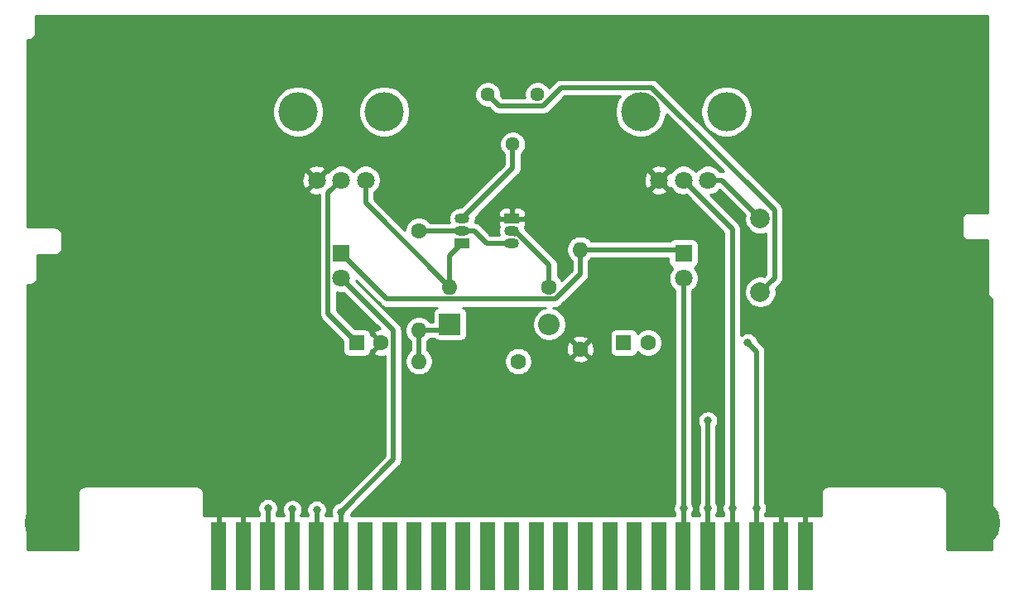
<source format=gbr>
%TF.GenerationSoftware,KiCad,Pcbnew,(5.1.7)-1*%
%TF.CreationDate,2021-01-07T21:29:17-06:00*%
%TF.ProjectId,ConsolePedalFuzz,436f6e73-6f6c-4655-9065-64616c46757a,rev?*%
%TF.SameCoordinates,Original*%
%TF.FileFunction,Copper,L1,Top*%
%TF.FilePolarity,Positive*%
%FSLAX46Y46*%
G04 Gerber Fmt 4.6, Leading zero omitted, Abs format (unit mm)*
G04 Created by KiCad (PCBNEW (5.1.7)-1) date 2021-01-07 21:29:17*
%MOMM*%
%LPD*%
G01*
G04 APERTURE LIST*
%TA.AperFunction,ComponentPad*%
%ADD10R,1.800000X1.800000*%
%TD*%
%TA.AperFunction,ComponentPad*%
%ADD11C,1.800000*%
%TD*%
%TA.AperFunction,ConnectorPad*%
%ADD12R,1.500000X7.000000*%
%TD*%
%TA.AperFunction,ComponentPad*%
%ADD13C,5.000000*%
%TD*%
%TA.AperFunction,ComponentPad*%
%ADD14O,1.500000X1.050000*%
%TD*%
%TA.AperFunction,ComponentPad*%
%ADD15R,1.500000X1.050000*%
%TD*%
%TA.AperFunction,WasherPad*%
%ADD16C,4.000000*%
%TD*%
%TA.AperFunction,ComponentPad*%
%ADD17R,1.600000X1.600000*%
%TD*%
%TA.AperFunction,ComponentPad*%
%ADD18C,1.600000*%
%TD*%
%TA.AperFunction,ComponentPad*%
%ADD19C,2.000000*%
%TD*%
%TA.AperFunction,ComponentPad*%
%ADD20R,2.200000X2.200000*%
%TD*%
%TA.AperFunction,ComponentPad*%
%ADD21O,2.200000X2.200000*%
%TD*%
%TA.AperFunction,ComponentPad*%
%ADD22O,1.600000X1.600000*%
%TD*%
%TA.AperFunction,ComponentPad*%
%ADD23C,1.440000*%
%TD*%
%TA.AperFunction,ViaPad*%
%ADD24C,0.800000*%
%TD*%
%TA.AperFunction,Conductor*%
%ADD25C,0.500000*%
%TD*%
%TA.AperFunction,Conductor*%
%ADD26C,0.254000*%
%TD*%
%TA.AperFunction,Conductor*%
%ADD27C,0.100000*%
%TD*%
G04 APERTURE END LIST*
D10*
%TO.P,D1,1*%
%TO.N,Net-(D1-Pad1)*%
X115250000Y-95000000D03*
D11*
%TO.P,D1,2*%
%TO.N,/LEDPower*%
X115250000Y-97540000D03*
%TD*%
%TO.P,D2,2*%
%TO.N,/LEDPower*%
X150250000Y-97540000D03*
D10*
%TO.P,D2,1*%
%TO.N,Net-(D1-Pad1)*%
X150250000Y-95000000D03*
%TD*%
D12*
%TO.P,J1,1*%
%TO.N,GND*%
X102715000Y-126000000D03*
%TO.P,J1,2*%
X105215000Y-126000000D03*
%TO.P,J1,3*%
%TO.N,/Input*%
X107715000Y-126000000D03*
%TO.P,J1,4*%
%TO.N,/Output*%
X110215000Y-126000000D03*
%TO.P,J1,5*%
%TO.N,+9V*%
X112715000Y-126000000D03*
%TO.P,J1,6*%
%TO.N,/LEDPower*%
X115215000Y-126000000D03*
%TO.P,J1,7*%
%TO.N,N/C*%
X117715000Y-126000000D03*
%TO.P,J1,8*%
X120215000Y-126000000D03*
%TO.P,J1,9*%
X122715000Y-126000000D03*
%TO.P,J1,10*%
X125215000Y-126000000D03*
%TO.P,J1,11*%
X127715000Y-126000000D03*
%TO.P,J1,12*%
X130215000Y-126000000D03*
%TO.P,J1,13*%
X132715000Y-126000000D03*
%TO.P,J1,14*%
X135215000Y-126000000D03*
%TO.P,J1,15*%
X137715000Y-126000000D03*
%TO.P,J1,16*%
X140215000Y-126000000D03*
%TO.P,J1,17*%
X142715000Y-126000000D03*
%TO.P,J1,18*%
X145215000Y-126000000D03*
%TO.P,J1,19*%
X147715000Y-126000000D03*
%TO.P,J1,20*%
%TO.N,/LEDPower*%
X150215000Y-126000000D03*
%TO.P,J1,21*%
%TO.N,+9V*%
X152715000Y-126000000D03*
%TO.P,J1,22*%
%TO.N,/Output*%
X155215000Y-126000000D03*
%TO.P,J1,23*%
%TO.N,/Input*%
X157715000Y-126000000D03*
%TO.P,J1,24*%
%TO.N,GND*%
X160215000Y-126000000D03*
%TO.P,J1,25*%
X162715000Y-126000000D03*
%TD*%
D13*
%TO.P,H1,1*%
%TO.N,GND*%
X85350000Y-122600000D03*
%TD*%
%TO.P,H2,1*%
%TO.N,GND*%
X180150000Y-122600000D03*
%TD*%
D14*
%TO.P,Q1,2*%
%TO.N,Net-(C1-Pad1)*%
X132715000Y-92710000D03*
%TO.P,Q1,3*%
%TO.N,Net-(Q1-Pad3)*%
X132715000Y-93980000D03*
D15*
%TO.P,Q1,1*%
%TO.N,GND*%
X132715000Y-91440000D03*
%TD*%
%TO.P,Q2,1*%
%TO.N,Net-(Q2-Pad1)*%
X127635000Y-93980000D03*
D14*
%TO.P,Q2,3*%
%TO.N,Net-(Q2-Pad3)*%
X127635000Y-91440000D03*
%TO.P,Q2,2*%
%TO.N,Net-(Q1-Pad3)*%
X127635000Y-92710000D03*
%TD*%
D16*
%TO.P,RV1,*%
%TO.N,*%
X119650000Y-80500000D03*
X110850000Y-80500000D03*
D11*
%TO.P,RV1,1*%
%TO.N,Net-(Q2-Pad1)*%
X117750000Y-87500000D03*
%TO.P,RV1,2*%
%TO.N,Net-(C3-Pad1)*%
X115250000Y-87500000D03*
%TO.P,RV1,3*%
%TO.N,GND*%
X112750000Y-87500000D03*
%TD*%
%TO.P,RV2,3*%
%TO.N,GND*%
X147750000Y-87500000D03*
%TO.P,RV2,2*%
%TO.N,/Output*%
X150250000Y-87500000D03*
%TO.P,RV2,1*%
%TO.N,Net-(C2-Pad1)*%
X152750000Y-87500000D03*
D16*
%TO.P,RV2,*%
%TO.N,*%
X145850000Y-80500000D03*
X154650000Y-80500000D03*
%TD*%
D17*
%TO.P,C1,1*%
%TO.N,Net-(C1-Pad1)*%
X144145000Y-104140000D03*
D18*
%TO.P,C1,2*%
%TO.N,/Input*%
X146645000Y-104140000D03*
%TD*%
D19*
%TO.P,C2,1*%
%TO.N,Net-(C2-Pad1)*%
X158115000Y-91440000D03*
%TO.P,C2,2*%
%TO.N,Net-(C2-Pad2)*%
X158115000Y-98940000D03*
%TD*%
D17*
%TO.P,C3,1*%
%TO.N,Net-(C3-Pad1)*%
X116840000Y-104140000D03*
D18*
%TO.P,C3,2*%
%TO.N,GND*%
X119340000Y-104140000D03*
%TD*%
D20*
%TO.P,D3,1*%
%TO.N,Net-(D3-Pad1)*%
X126365000Y-102235000D03*
D21*
%TO.P,D3,2*%
%TO.N,+9V*%
X136525000Y-102235000D03*
%TD*%
D22*
%TO.P,R1,2*%
%TO.N,Net-(D3-Pad1)*%
X123190000Y-102870000D03*
D18*
%TO.P,R1,1*%
%TO.N,Net-(Q1-Pad3)*%
X123190000Y-92710000D03*
%TD*%
%TO.P,R2,1*%
%TO.N,Net-(C2-Pad2)*%
X133350000Y-106045000D03*
D22*
%TO.P,R2,2*%
%TO.N,Net-(D3-Pad1)*%
X123190000Y-106045000D03*
%TD*%
D18*
%TO.P,R3,1*%
%TO.N,GND*%
X139700000Y-104775000D03*
D22*
%TO.P,R3,2*%
%TO.N,Net-(D1-Pad1)*%
X139700000Y-94615000D03*
%TD*%
D18*
%TO.P,R4,1*%
%TO.N,Net-(C1-Pad1)*%
X136525000Y-98425000D03*
D22*
%TO.P,R4,2*%
%TO.N,Net-(Q2-Pad1)*%
X126365000Y-98425000D03*
%TD*%
D23*
%TO.P,RV3,3*%
%TO.N,N/C*%
X135330000Y-78740000D03*
%TO.P,RV3,2*%
%TO.N,Net-(Q2-Pad3)*%
X132790000Y-83820000D03*
%TO.P,RV3,1*%
%TO.N,Net-(C2-Pad2)*%
X130250000Y-78740000D03*
%TD*%
D24*
%TO.N,GND*%
X105250000Y-120979000D03*
X160250000Y-120988000D03*
X102750000Y-121038000D03*
X162750000Y-120967000D03*
%TO.N,/LEDPower*%
X115250000Y-121454000D03*
X150250000Y-121073000D03*
%TO.N,/Input*%
X107750000Y-121066000D03*
X157750000Y-121066000D03*
X156845000Y-104140000D03*
%TO.N,/Output*%
X110250000Y-121195000D03*
X155250000Y-121068000D03*
%TO.N,+9V*%
X112750000Y-121235000D03*
X152750000Y-121108000D03*
X152750000Y-112110000D03*
%TD*%
D25*
%TO.N,GND*%
X105250000Y-126000000D02*
X105250000Y-120979000D01*
X160250000Y-126000000D02*
X160250000Y-120988000D01*
X102750000Y-126000000D02*
X102750000Y-121038000D01*
X162750000Y-126000000D02*
X162750000Y-120967000D01*
%TO.N,Net-(C1-Pad1)*%
X132715000Y-92710000D02*
X133009990Y-93004990D01*
X133048872Y-92710000D02*
X132715000Y-92710000D01*
X136525000Y-96186128D02*
X133048872Y-92710000D01*
X136525000Y-98425000D02*
X136525000Y-96186128D01*
%TO.N,Net-(C2-Pad2)*%
X159565001Y-97489999D02*
X158115000Y-98940000D01*
X159565001Y-90588999D02*
X159565001Y-97489999D01*
X147026001Y-78049999D02*
X159565001Y-90588999D01*
X135891601Y-79910001D02*
X137751603Y-78049999D01*
X131420001Y-79910001D02*
X135891601Y-79910001D01*
X137751603Y-78049999D02*
X147026001Y-78049999D01*
X130250000Y-78740000D02*
X131420001Y-79910001D01*
%TO.N,Net-(C2-Pad1)*%
X154175000Y-87500000D02*
X158115000Y-91440000D01*
X152750000Y-87500000D02*
X154175000Y-87500000D01*
%TO.N,/LEDPower*%
X115250000Y-126000000D02*
X115250000Y-121454000D01*
X150250000Y-126000000D02*
X150250000Y-121073000D01*
X150250000Y-97540000D02*
X150250000Y-121073000D01*
X120590001Y-116113999D02*
X115250000Y-121454000D01*
X120590001Y-102880001D02*
X120590001Y-116113999D01*
X115250000Y-97540000D02*
X120590001Y-102880001D01*
%TO.N,/Input*%
X107750000Y-126000000D02*
X107750000Y-121066000D01*
X157750000Y-126000000D02*
X157750000Y-121066000D01*
X157750000Y-121066000D02*
X157750000Y-105045000D01*
X157750000Y-105045000D02*
X156845000Y-104140000D01*
%TO.N,/Output*%
X110250000Y-126000000D02*
X110250000Y-121195000D01*
X155250000Y-126000000D02*
X155250000Y-121068000D01*
X155250000Y-92500000D02*
X155250000Y-121068000D01*
X150250000Y-87500000D02*
X155250000Y-92500000D01*
%TO.N,+9V*%
X112750000Y-126000000D02*
X112750000Y-121235000D01*
X152750000Y-126000000D02*
X152750000Y-121108000D01*
X152750000Y-121108000D02*
X152750000Y-112110000D01*
%TO.N,Net-(D1-Pad1)*%
X149865000Y-94615000D02*
X150250000Y-95000000D01*
X139700000Y-94615000D02*
X149865000Y-94615000D01*
X139700000Y-94615000D02*
X139700000Y-97100002D01*
X139700000Y-97100002D02*
X137125001Y-99675001D01*
X137125001Y-99675001D02*
X119925001Y-99675001D01*
X119925001Y-99675001D02*
X115250000Y-95000000D01*
%TO.N,Net-(C3-Pad1)*%
X113899999Y-88850001D02*
X115250000Y-87500000D01*
X113899999Y-101199999D02*
X113899999Y-88850001D01*
X116840000Y-104140000D02*
X113899999Y-101199999D01*
%TO.N,Net-(Q1-Pad3)*%
X123190000Y-92710000D02*
X127635000Y-92710000D01*
X130155000Y-93980000D02*
X132715000Y-93980000D01*
X128885000Y-92710000D02*
X130155000Y-93980000D01*
X127635000Y-92710000D02*
X128885000Y-92710000D01*
%TO.N,Net-(Q2-Pad1)*%
X126365000Y-95250000D02*
X127635000Y-93980000D01*
X126365000Y-98425000D02*
X126365000Y-95250000D01*
X117750000Y-89810000D02*
X126365000Y-98425000D01*
X117750000Y-87500000D02*
X117750000Y-89810000D01*
%TO.N,Net-(Q2-Pad3)*%
X132790000Y-86285000D02*
X127635000Y-91440000D01*
X132790000Y-83820000D02*
X132790000Y-86285000D01*
%TO.N,Net-(D3-Pad1)*%
X123190000Y-106045000D02*
X123190000Y-102870000D01*
X125730000Y-102870000D02*
X126365000Y-102235000D01*
X123190000Y-102870000D02*
X125730000Y-102870000D01*
%TD*%
D26*
%TO.N,GND*%
X181323001Y-90823000D02*
X179433252Y-90823000D01*
X179400000Y-90819725D01*
X179366748Y-90823000D01*
X179267285Y-90832796D01*
X179139670Y-90871508D01*
X179022059Y-90934372D01*
X178918973Y-91018973D01*
X178834372Y-91122059D01*
X178771508Y-91239670D01*
X178732796Y-91367285D01*
X178719725Y-91500000D01*
X178723001Y-91533262D01*
X178723000Y-92966747D01*
X178719725Y-93000000D01*
X178732796Y-93132715D01*
X178771508Y-93260330D01*
X178834372Y-93377941D01*
X178918973Y-93481027D01*
X179022059Y-93565628D01*
X179139670Y-93628492D01*
X179267285Y-93667204D01*
X179400000Y-93680275D01*
X179433252Y-93677000D01*
X181323000Y-93677000D01*
X181323001Y-98966738D01*
X181319725Y-99000000D01*
X181332796Y-99132715D01*
X181371508Y-99260330D01*
X181434372Y-99377941D01*
X181518973Y-99481027D01*
X181622059Y-99565628D01*
X181739670Y-99628492D01*
X181823001Y-99653770D01*
X181823000Y-125323000D01*
X177177000Y-125323000D01*
X177177000Y-119533252D01*
X177180275Y-119500000D01*
X177167204Y-119367285D01*
X177128492Y-119239670D01*
X177065628Y-119122059D01*
X176981027Y-119018973D01*
X176877941Y-118934372D01*
X176760330Y-118871508D01*
X176632715Y-118832796D01*
X176533252Y-118823000D01*
X176500000Y-118819725D01*
X176466748Y-118823000D01*
X165033252Y-118823000D01*
X165000000Y-118819725D01*
X164966748Y-118823000D01*
X164867285Y-118832796D01*
X164739670Y-118871508D01*
X164622059Y-118934372D01*
X164518973Y-119018973D01*
X164434372Y-119122059D01*
X164371508Y-119239670D01*
X164332796Y-119367285D01*
X164319725Y-119500000D01*
X164323001Y-119533262D01*
X164323001Y-121793000D01*
X158627000Y-121793000D01*
X158627000Y-121602027D01*
X158660115Y-121552467D01*
X158737533Y-121365565D01*
X158777000Y-121167151D01*
X158777000Y-120964849D01*
X158737533Y-120766435D01*
X158660115Y-120579533D01*
X158627000Y-120529973D01*
X158627000Y-105088069D01*
X158631242Y-105044999D01*
X158627000Y-105001930D01*
X158627000Y-105001921D01*
X158614310Y-104873078D01*
X158564162Y-104707763D01*
X158482727Y-104555408D01*
X158373133Y-104421867D01*
X158339668Y-104394403D01*
X157844162Y-103898897D01*
X157832533Y-103840435D01*
X157755115Y-103653533D01*
X157642723Y-103485326D01*
X157499674Y-103342277D01*
X157331467Y-103229885D01*
X157144565Y-103152467D01*
X156946151Y-103113000D01*
X156743849Y-103113000D01*
X156545435Y-103152467D01*
X156358533Y-103229885D01*
X156190326Y-103342277D01*
X156127000Y-103405603D01*
X156127000Y-92543079D01*
X156131243Y-92500000D01*
X156114310Y-92328077D01*
X156064162Y-92162763D01*
X156025587Y-92090594D01*
X155982727Y-92010408D01*
X155916403Y-91929592D01*
X155900594Y-91910328D01*
X155900592Y-91910326D01*
X155873133Y-91876867D01*
X155839675Y-91849409D01*
X152997876Y-89007610D01*
X153195410Y-88968319D01*
X153473306Y-88853210D01*
X153723406Y-88686099D01*
X153922120Y-88487385D01*
X156525577Y-91090842D01*
X156488000Y-91279755D01*
X156488000Y-91600245D01*
X156550525Y-91914578D01*
X156673172Y-92210673D01*
X156851227Y-92477152D01*
X157077848Y-92703773D01*
X157344327Y-92881828D01*
X157640422Y-93004475D01*
X157954755Y-93067000D01*
X158275245Y-93067000D01*
X158589578Y-93004475D01*
X158688001Y-92963707D01*
X158688002Y-97126732D01*
X158464157Y-97350577D01*
X158275245Y-97313000D01*
X157954755Y-97313000D01*
X157640422Y-97375525D01*
X157344327Y-97498172D01*
X157077848Y-97676227D01*
X156851227Y-97902848D01*
X156673172Y-98169327D01*
X156550525Y-98465422D01*
X156488000Y-98779755D01*
X156488000Y-99100245D01*
X156550525Y-99414578D01*
X156673172Y-99710673D01*
X156851227Y-99977152D01*
X157077848Y-100203773D01*
X157344327Y-100381828D01*
X157640422Y-100504475D01*
X157954755Y-100567000D01*
X158275245Y-100567000D01*
X158589578Y-100504475D01*
X158885673Y-100381828D01*
X159152152Y-100203773D01*
X159378773Y-99977152D01*
X159556828Y-99710673D01*
X159679475Y-99414578D01*
X159742000Y-99100245D01*
X159742000Y-98779755D01*
X159704423Y-98590843D01*
X160154675Y-98140591D01*
X160188134Y-98113132D01*
X160227120Y-98065628D01*
X160292952Y-97985410D01*
X160297728Y-97979591D01*
X160379163Y-97827236D01*
X160429311Y-97661921D01*
X160442001Y-97533078D01*
X160442001Y-97533077D01*
X160446244Y-97490000D01*
X160442001Y-97446923D01*
X160442001Y-90632078D01*
X160446244Y-90588999D01*
X160429311Y-90417076D01*
X160379163Y-90251762D01*
X160338789Y-90176227D01*
X160297728Y-90099407D01*
X160188134Y-89965866D01*
X160154676Y-89938408D01*
X150457531Y-80241263D01*
X152023000Y-80241263D01*
X152023000Y-80758737D01*
X152123954Y-81266268D01*
X152321983Y-81744351D01*
X152609476Y-82174615D01*
X152975385Y-82540524D01*
X153405649Y-82828017D01*
X153883732Y-83026046D01*
X154391263Y-83127000D01*
X154908737Y-83127000D01*
X155416268Y-83026046D01*
X155894351Y-82828017D01*
X156324615Y-82540524D01*
X156690524Y-82174615D01*
X156978017Y-81744351D01*
X157176046Y-81266268D01*
X157277000Y-80758737D01*
X157277000Y-80241263D01*
X157176046Y-79733732D01*
X156978017Y-79255649D01*
X156690524Y-78825385D01*
X156324615Y-78459476D01*
X155894351Y-78171983D01*
X155416268Y-77973954D01*
X154908737Y-77873000D01*
X154391263Y-77873000D01*
X153883732Y-77973954D01*
X153405649Y-78171983D01*
X152975385Y-78459476D01*
X152609476Y-78825385D01*
X152321983Y-79255649D01*
X152123954Y-79733732D01*
X152023000Y-80241263D01*
X150457531Y-80241263D01*
X147676598Y-77460331D01*
X147649134Y-77426866D01*
X147515593Y-77317272D01*
X147363238Y-77235837D01*
X147197923Y-77185689D01*
X147069080Y-77172999D01*
X147026001Y-77168756D01*
X146982922Y-77172999D01*
X137794682Y-77172999D01*
X137751602Y-77168756D01*
X137579680Y-77185689D01*
X137414366Y-77235837D01*
X137262011Y-77317272D01*
X137128470Y-77426866D01*
X137101011Y-77460325D01*
X136497935Y-78063401D01*
X136376284Y-77881337D01*
X136188663Y-77693716D01*
X135968044Y-77546304D01*
X135722906Y-77444764D01*
X135462668Y-77393000D01*
X135197332Y-77393000D01*
X134937094Y-77444764D01*
X134691956Y-77546304D01*
X134471337Y-77693716D01*
X134283716Y-77881337D01*
X134136304Y-78101956D01*
X134034764Y-78347094D01*
X133983000Y-78607332D01*
X133983000Y-78872668D01*
X134014892Y-79033001D01*
X131783266Y-79033001D01*
X131597000Y-78846735D01*
X131597000Y-78607332D01*
X131545236Y-78347094D01*
X131443696Y-78101956D01*
X131296284Y-77881337D01*
X131108663Y-77693716D01*
X130888044Y-77546304D01*
X130642906Y-77444764D01*
X130382668Y-77393000D01*
X130117332Y-77393000D01*
X129857094Y-77444764D01*
X129611956Y-77546304D01*
X129391337Y-77693716D01*
X129203716Y-77881337D01*
X129056304Y-78101956D01*
X128954764Y-78347094D01*
X128903000Y-78607332D01*
X128903000Y-78872668D01*
X128954764Y-79132906D01*
X129056304Y-79378044D01*
X129203716Y-79598663D01*
X129391337Y-79786284D01*
X129611956Y-79933696D01*
X129857094Y-80035236D01*
X130117332Y-80087000D01*
X130356735Y-80087000D01*
X130769404Y-80499669D01*
X130796868Y-80533134D01*
X130930409Y-80642728D01*
X131082764Y-80724163D01*
X131248079Y-80774311D01*
X131376922Y-80787001D01*
X131376931Y-80787001D01*
X131420000Y-80791243D01*
X131463070Y-80787001D01*
X135848522Y-80787001D01*
X135891601Y-80791244D01*
X135934680Y-80787001D01*
X136063523Y-80774311D01*
X136228838Y-80724163D01*
X136381193Y-80642728D01*
X136514734Y-80533134D01*
X136542198Y-80499669D01*
X138114869Y-78926999D01*
X143741580Y-78926999D01*
X143521983Y-79255649D01*
X143323954Y-79733732D01*
X143223000Y-80241263D01*
X143223000Y-80758737D01*
X143323954Y-81266268D01*
X143521983Y-81744351D01*
X143809476Y-82174615D01*
X144175385Y-82540524D01*
X144605649Y-82828017D01*
X145083732Y-83026046D01*
X145591263Y-83127000D01*
X146108737Y-83127000D01*
X146616268Y-83026046D01*
X147094351Y-82828017D01*
X147524615Y-82540524D01*
X147890524Y-82174615D01*
X148178017Y-81744351D01*
X148376046Y-81266268D01*
X148477000Y-80758737D01*
X148477000Y-80741263D01*
X154382096Y-86646360D01*
X154346922Y-86635690D01*
X154218079Y-86623000D01*
X154175000Y-86618757D01*
X154131921Y-86623000D01*
X154000515Y-86623000D01*
X153936099Y-86526594D01*
X153723406Y-86313901D01*
X153473306Y-86146790D01*
X153195410Y-86031681D01*
X152900396Y-85973000D01*
X152599604Y-85973000D01*
X152304590Y-86031681D01*
X152026694Y-86146790D01*
X151776594Y-86313901D01*
X151563901Y-86526594D01*
X151500000Y-86622229D01*
X151436099Y-86526594D01*
X151223406Y-86313901D01*
X150973306Y-86146790D01*
X150695410Y-86031681D01*
X150400396Y-85973000D01*
X150099604Y-85973000D01*
X149804590Y-86031681D01*
X149526694Y-86146790D01*
X149276594Y-86313901D01*
X149063901Y-86526594D01*
X148970147Y-86666906D01*
X148814080Y-86615525D01*
X147929605Y-87500000D01*
X148814080Y-88384475D01*
X148970147Y-88333094D01*
X149063901Y-88473406D01*
X149276594Y-88686099D01*
X149526694Y-88853210D01*
X149804590Y-88968319D01*
X150099604Y-89027000D01*
X150400396Y-89027000D01*
X150514115Y-89004380D01*
X154373000Y-92863266D01*
X154373001Y-120531971D01*
X154339885Y-120581533D01*
X154262467Y-120768435D01*
X154223000Y-120966849D01*
X154223000Y-121169151D01*
X154262467Y-121367565D01*
X154339885Y-121554467D01*
X154373001Y-121604029D01*
X154373001Y-121793000D01*
X153627000Y-121793000D01*
X153627000Y-121644027D01*
X153660115Y-121594467D01*
X153737533Y-121407565D01*
X153777000Y-121209151D01*
X153777000Y-121006849D01*
X153737533Y-120808435D01*
X153660115Y-120621533D01*
X153627000Y-120571973D01*
X153627000Y-112646027D01*
X153660115Y-112596467D01*
X153737533Y-112409565D01*
X153777000Y-112211151D01*
X153777000Y-112008849D01*
X153737533Y-111810435D01*
X153660115Y-111623533D01*
X153547723Y-111455326D01*
X153404674Y-111312277D01*
X153236467Y-111199885D01*
X153049565Y-111122467D01*
X152851151Y-111083000D01*
X152648849Y-111083000D01*
X152450435Y-111122467D01*
X152263533Y-111199885D01*
X152095326Y-111312277D01*
X151952277Y-111455326D01*
X151839885Y-111623533D01*
X151762467Y-111810435D01*
X151723000Y-112008849D01*
X151723000Y-112211151D01*
X151762467Y-112409565D01*
X151839885Y-112596467D01*
X151873001Y-112646029D01*
X151873000Y-120571973D01*
X151839885Y-120621533D01*
X151762467Y-120808435D01*
X151723000Y-121006849D01*
X151723000Y-121209151D01*
X151762467Y-121407565D01*
X151839885Y-121594467D01*
X151873001Y-121644029D01*
X151873001Y-121793000D01*
X151127000Y-121793000D01*
X151127000Y-121609027D01*
X151160115Y-121559467D01*
X151237533Y-121372565D01*
X151277000Y-121174151D01*
X151277000Y-120971849D01*
X151237533Y-120773435D01*
X151160115Y-120586533D01*
X151127000Y-120536973D01*
X151127000Y-98790515D01*
X151223406Y-98726099D01*
X151436099Y-98513406D01*
X151603210Y-98263306D01*
X151718319Y-97985410D01*
X151777000Y-97690396D01*
X151777000Y-97389604D01*
X151718319Y-97094590D01*
X151603210Y-96816694D01*
X151436099Y-96566594D01*
X151360779Y-96491274D01*
X151391103Y-96482075D01*
X151500028Y-96423853D01*
X151595501Y-96345501D01*
X151673853Y-96250028D01*
X151732075Y-96141103D01*
X151767927Y-96022913D01*
X151780033Y-95900000D01*
X151780033Y-94100000D01*
X151767927Y-93977087D01*
X151732075Y-93858897D01*
X151673853Y-93749972D01*
X151595501Y-93654499D01*
X151500028Y-93576147D01*
X151391103Y-93517925D01*
X151272913Y-93482073D01*
X151150000Y-93469967D01*
X149350000Y-93469967D01*
X149227087Y-93482073D01*
X149108897Y-93517925D01*
X148999972Y-93576147D01*
X148904499Y-93654499D01*
X148835972Y-93738000D01*
X140830247Y-93738000D01*
X140808424Y-93705340D01*
X140609660Y-93506576D01*
X140375938Y-93350409D01*
X140116241Y-93242838D01*
X139840547Y-93188000D01*
X139559453Y-93188000D01*
X139283759Y-93242838D01*
X139024062Y-93350409D01*
X138790340Y-93506576D01*
X138591576Y-93705340D01*
X138435409Y-93939062D01*
X138327838Y-94198759D01*
X138273000Y-94474453D01*
X138273000Y-94755547D01*
X138327838Y-95031241D01*
X138435409Y-95290938D01*
X138591576Y-95524660D01*
X138790340Y-95723424D01*
X138823000Y-95745247D01*
X138823001Y-96736736D01*
X137795766Y-97763971D01*
X137789591Y-97749062D01*
X137633424Y-97515340D01*
X137434660Y-97316576D01*
X137402000Y-97294753D01*
X137402000Y-96229197D01*
X137406242Y-96186127D01*
X137402000Y-96143058D01*
X137402000Y-96143049D01*
X137389310Y-96014206D01*
X137339162Y-95848891D01*
X137257727Y-95696536D01*
X137148133Y-95562995D01*
X137114668Y-95535531D01*
X134076646Y-92497509D01*
X134075332Y-92484169D01*
X134014574Y-92283878D01*
X134054502Y-92209180D01*
X134090812Y-92089482D01*
X134103072Y-91965000D01*
X134100000Y-91725750D01*
X133941250Y-91567000D01*
X133087975Y-91567000D01*
X132996595Y-91558000D01*
X132433405Y-91558000D01*
X132342025Y-91567000D01*
X131488750Y-91567000D01*
X131330000Y-91725750D01*
X131326928Y-91965000D01*
X131339188Y-92089482D01*
X131375498Y-92209180D01*
X131415426Y-92283878D01*
X131354668Y-92484169D01*
X131332426Y-92710000D01*
X131354668Y-92935831D01*
X131405378Y-93103000D01*
X130518265Y-93103000D01*
X129535597Y-92120332D01*
X129508133Y-92086867D01*
X129374592Y-91977273D01*
X129222237Y-91895838D01*
X129056922Y-91845690D01*
X128944142Y-91834582D01*
X128995332Y-91665831D01*
X129017574Y-91440000D01*
X129004815Y-91310450D01*
X129400265Y-90915000D01*
X131326928Y-90915000D01*
X131330000Y-91154250D01*
X131488750Y-91313000D01*
X132588000Y-91313000D01*
X132588000Y-90438750D01*
X132842000Y-90438750D01*
X132842000Y-91313000D01*
X133941250Y-91313000D01*
X134100000Y-91154250D01*
X134103072Y-90915000D01*
X134090812Y-90790518D01*
X134054502Y-90670820D01*
X133995537Y-90560506D01*
X133916185Y-90463815D01*
X133819494Y-90384463D01*
X133709180Y-90325498D01*
X133589482Y-90289188D01*
X133465000Y-90276928D01*
X133000750Y-90280000D01*
X132842000Y-90438750D01*
X132588000Y-90438750D01*
X132429250Y-90280000D01*
X131965000Y-90276928D01*
X131840518Y-90289188D01*
X131720820Y-90325498D01*
X131610506Y-90384463D01*
X131513815Y-90463815D01*
X131434463Y-90560506D01*
X131375498Y-90670820D01*
X131339188Y-90790518D01*
X131326928Y-90915000D01*
X129400265Y-90915000D01*
X131751185Y-88564080D01*
X146865525Y-88564080D01*
X146949208Y-88818261D01*
X147221775Y-88949158D01*
X147514642Y-89024365D01*
X147816553Y-89040991D01*
X148115907Y-88998397D01*
X148401199Y-88898222D01*
X148550792Y-88818261D01*
X148634475Y-88564080D01*
X147750000Y-87679605D01*
X146865525Y-88564080D01*
X131751185Y-88564080D01*
X132748712Y-87566553D01*
X146209009Y-87566553D01*
X146251603Y-87865907D01*
X146351778Y-88151199D01*
X146431739Y-88300792D01*
X146685920Y-88384475D01*
X147570395Y-87500000D01*
X146685920Y-86615525D01*
X146431739Y-86699208D01*
X146300842Y-86971775D01*
X146225635Y-87264642D01*
X146209009Y-87566553D01*
X132748712Y-87566553D01*
X133379674Y-86935592D01*
X133413133Y-86908133D01*
X133461826Y-86848801D01*
X133522726Y-86774593D01*
X133526639Y-86767274D01*
X133604162Y-86622237D01*
X133654310Y-86456922D01*
X133656378Y-86435920D01*
X146865525Y-86435920D01*
X147750000Y-87320395D01*
X148634475Y-86435920D01*
X148550792Y-86181739D01*
X148278225Y-86050842D01*
X147985358Y-85975635D01*
X147683447Y-85959009D01*
X147384093Y-86001603D01*
X147098801Y-86101778D01*
X146949208Y-86181739D01*
X146865525Y-86435920D01*
X133656378Y-86435920D01*
X133667000Y-86328079D01*
X133671243Y-86285000D01*
X133667000Y-86241921D01*
X133667000Y-84847947D01*
X133836284Y-84678663D01*
X133983696Y-84458044D01*
X134085236Y-84212906D01*
X134137000Y-83952668D01*
X134137000Y-83687332D01*
X134085236Y-83427094D01*
X133983696Y-83181956D01*
X133836284Y-82961337D01*
X133648663Y-82773716D01*
X133428044Y-82626304D01*
X133182906Y-82524764D01*
X132922668Y-82473000D01*
X132657332Y-82473000D01*
X132397094Y-82524764D01*
X132151956Y-82626304D01*
X131931337Y-82773716D01*
X131743716Y-82961337D01*
X131596304Y-83181956D01*
X131494764Y-83427094D01*
X131443000Y-83687332D01*
X131443000Y-83952668D01*
X131494764Y-84212906D01*
X131596304Y-84458044D01*
X131743716Y-84678663D01*
X131913000Y-84847947D01*
X131913001Y-85921733D01*
X127546735Y-90288000D01*
X127353405Y-90288000D01*
X127184169Y-90304668D01*
X126967016Y-90370541D01*
X126766886Y-90477512D01*
X126591472Y-90621472D01*
X126447512Y-90796886D01*
X126340541Y-90997016D01*
X126274668Y-91214169D01*
X126252426Y-91440000D01*
X126274668Y-91665831D01*
X126325378Y-91833000D01*
X124320247Y-91833000D01*
X124298424Y-91800340D01*
X124099660Y-91601576D01*
X123865938Y-91445409D01*
X123606241Y-91337838D01*
X123330547Y-91283000D01*
X123049453Y-91283000D01*
X122773759Y-91337838D01*
X122514062Y-91445409D01*
X122280340Y-91601576D01*
X122081576Y-91800340D01*
X121925409Y-92034062D01*
X121817838Y-92293759D01*
X121763000Y-92569453D01*
X121763000Y-92582735D01*
X118627000Y-89446735D01*
X118627000Y-88750515D01*
X118723406Y-88686099D01*
X118936099Y-88473406D01*
X119103210Y-88223306D01*
X119218319Y-87945410D01*
X119277000Y-87650396D01*
X119277000Y-87349604D01*
X119218319Y-87054590D01*
X119103210Y-86776694D01*
X118936099Y-86526594D01*
X118723406Y-86313901D01*
X118473306Y-86146790D01*
X118195410Y-86031681D01*
X117900396Y-85973000D01*
X117599604Y-85973000D01*
X117304590Y-86031681D01*
X117026694Y-86146790D01*
X116776594Y-86313901D01*
X116563901Y-86526594D01*
X116500000Y-86622229D01*
X116436099Y-86526594D01*
X116223406Y-86313901D01*
X115973306Y-86146790D01*
X115695410Y-86031681D01*
X115400396Y-85973000D01*
X115099604Y-85973000D01*
X114804590Y-86031681D01*
X114526694Y-86146790D01*
X114276594Y-86313901D01*
X114063901Y-86526594D01*
X113970147Y-86666906D01*
X113814080Y-86615525D01*
X112929605Y-87500000D01*
X112943748Y-87514143D01*
X112764143Y-87693748D01*
X112750000Y-87679605D01*
X111865525Y-88564080D01*
X111949208Y-88818261D01*
X112221775Y-88949158D01*
X112514642Y-89024365D01*
X112816553Y-89040991D01*
X113023000Y-89011616D01*
X113022999Y-101156919D01*
X113018756Y-101199999D01*
X113022999Y-101243077D01*
X113035689Y-101371920D01*
X113085837Y-101537235D01*
X113167272Y-101689590D01*
X113276866Y-101823132D01*
X113310331Y-101850596D01*
X115409967Y-103950232D01*
X115409967Y-104940000D01*
X115422073Y-105062913D01*
X115457925Y-105181103D01*
X115516147Y-105290028D01*
X115594499Y-105385501D01*
X115689972Y-105463853D01*
X115798897Y-105522075D01*
X115917087Y-105557927D01*
X116040000Y-105570033D01*
X117640000Y-105570033D01*
X117762913Y-105557927D01*
X117881103Y-105522075D01*
X117990028Y-105463853D01*
X118085501Y-105385501D01*
X118163853Y-105290028D01*
X118222075Y-105181103D01*
X118257927Y-105062913D01*
X118270033Y-104940000D01*
X118270033Y-104930427D01*
X118347298Y-104953097D01*
X119160395Y-104140000D01*
X118347298Y-103326903D01*
X118270033Y-103349573D01*
X118270033Y-103340000D01*
X118257927Y-103217087D01*
X118222075Y-103098897D01*
X118163853Y-102989972D01*
X118085501Y-102894499D01*
X117990028Y-102816147D01*
X117881103Y-102757925D01*
X117762913Y-102722073D01*
X117640000Y-102709967D01*
X116650232Y-102709967D01*
X114776999Y-100836734D01*
X114776999Y-98996890D01*
X114804590Y-99008319D01*
X115099604Y-99067000D01*
X115400396Y-99067000D01*
X115514115Y-99044380D01*
X119182418Y-102712684D01*
X118989870Y-102741213D01*
X118723708Y-102836397D01*
X118598486Y-102903329D01*
X118526903Y-103147298D01*
X119340000Y-103960395D01*
X119354143Y-103946253D01*
X119533748Y-104125858D01*
X119519605Y-104140000D01*
X119533748Y-104154143D01*
X119354143Y-104333748D01*
X119340000Y-104319605D01*
X118526903Y-105132702D01*
X118598486Y-105376671D01*
X118853996Y-105497571D01*
X119128184Y-105566300D01*
X119410512Y-105580217D01*
X119690130Y-105538787D01*
X119713001Y-105530608D01*
X119713002Y-115750732D01*
X115008897Y-120454838D01*
X114950435Y-120466467D01*
X114763533Y-120543885D01*
X114595326Y-120656277D01*
X114452277Y-120799326D01*
X114339885Y-120967533D01*
X114262467Y-121154435D01*
X114223000Y-121352849D01*
X114223000Y-121555151D01*
X114262467Y-121753565D01*
X114278802Y-121793000D01*
X113627000Y-121793000D01*
X113627000Y-121771027D01*
X113660115Y-121721467D01*
X113737533Y-121534565D01*
X113777000Y-121336151D01*
X113777000Y-121133849D01*
X113737533Y-120935435D01*
X113660115Y-120748533D01*
X113547723Y-120580326D01*
X113404674Y-120437277D01*
X113236467Y-120324885D01*
X113049565Y-120247467D01*
X112851151Y-120208000D01*
X112648849Y-120208000D01*
X112450435Y-120247467D01*
X112263533Y-120324885D01*
X112095326Y-120437277D01*
X111952277Y-120580326D01*
X111839885Y-120748533D01*
X111762467Y-120935435D01*
X111723000Y-121133849D01*
X111723000Y-121336151D01*
X111762467Y-121534565D01*
X111839885Y-121721467D01*
X111873001Y-121771029D01*
X111873001Y-121793000D01*
X111127000Y-121793000D01*
X111127000Y-121731027D01*
X111160115Y-121681467D01*
X111237533Y-121494565D01*
X111277000Y-121296151D01*
X111277000Y-121093849D01*
X111237533Y-120895435D01*
X111160115Y-120708533D01*
X111047723Y-120540326D01*
X110904674Y-120397277D01*
X110736467Y-120284885D01*
X110549565Y-120207467D01*
X110351151Y-120168000D01*
X110148849Y-120168000D01*
X109950435Y-120207467D01*
X109763533Y-120284885D01*
X109595326Y-120397277D01*
X109452277Y-120540326D01*
X109339885Y-120708533D01*
X109262467Y-120895435D01*
X109223000Y-121093849D01*
X109223000Y-121296151D01*
X109262467Y-121494565D01*
X109339885Y-121681467D01*
X109373001Y-121731029D01*
X109373001Y-121793000D01*
X108627000Y-121793000D01*
X108627000Y-121602027D01*
X108660115Y-121552467D01*
X108737533Y-121365565D01*
X108777000Y-121167151D01*
X108777000Y-120964849D01*
X108737533Y-120766435D01*
X108660115Y-120579533D01*
X108547723Y-120411326D01*
X108404674Y-120268277D01*
X108236467Y-120155885D01*
X108049565Y-120078467D01*
X107851151Y-120039000D01*
X107648849Y-120039000D01*
X107450435Y-120078467D01*
X107263533Y-120155885D01*
X107095326Y-120268277D01*
X106952277Y-120411326D01*
X106839885Y-120579533D01*
X106762467Y-120766435D01*
X106723000Y-120964849D01*
X106723000Y-121167151D01*
X106762467Y-121365565D01*
X106839885Y-121552467D01*
X106873001Y-121602029D01*
X106873001Y-121793000D01*
X101177000Y-121793000D01*
X101177000Y-119533252D01*
X101180275Y-119500000D01*
X101167204Y-119367285D01*
X101128492Y-119239670D01*
X101065628Y-119122059D01*
X100981027Y-119018973D01*
X100877941Y-118934372D01*
X100760330Y-118871508D01*
X100632715Y-118832796D01*
X100533252Y-118823000D01*
X100500000Y-118819725D01*
X100466748Y-118823000D01*
X89033252Y-118823000D01*
X89000000Y-118819725D01*
X88966748Y-118823000D01*
X88867285Y-118832796D01*
X88739670Y-118871508D01*
X88622059Y-118934372D01*
X88518973Y-119018973D01*
X88434372Y-119122059D01*
X88371508Y-119239670D01*
X88332796Y-119367285D01*
X88319725Y-119500000D01*
X88323000Y-119533252D01*
X88323001Y-125323000D01*
X83177000Y-125323000D01*
X83177000Y-98177000D01*
X83466748Y-98177000D01*
X83500000Y-98180275D01*
X83533252Y-98177000D01*
X83632715Y-98167204D01*
X83760330Y-98128492D01*
X83877941Y-98065628D01*
X83981027Y-97981027D01*
X84065628Y-97877941D01*
X84128492Y-97760330D01*
X84167204Y-97632715D01*
X84180275Y-97500000D01*
X84177000Y-97466748D01*
X84177000Y-95177000D01*
X85966748Y-95177000D01*
X86000000Y-95180275D01*
X86033252Y-95177000D01*
X86132715Y-95167204D01*
X86260330Y-95128492D01*
X86377941Y-95065628D01*
X86481027Y-94981027D01*
X86565628Y-94877941D01*
X86628492Y-94760330D01*
X86667204Y-94632715D01*
X86680275Y-94500000D01*
X86677000Y-94466748D01*
X86677000Y-93033251D01*
X86680275Y-93000000D01*
X86667204Y-92867285D01*
X86628492Y-92739670D01*
X86565628Y-92622059D01*
X86481027Y-92518973D01*
X86377941Y-92434372D01*
X86260330Y-92371508D01*
X86132715Y-92332796D01*
X86033252Y-92323000D01*
X86000000Y-92319725D01*
X85966748Y-92323000D01*
X83177000Y-92323000D01*
X83177000Y-87566553D01*
X111209009Y-87566553D01*
X111251603Y-87865907D01*
X111351778Y-88151199D01*
X111431739Y-88300792D01*
X111685920Y-88384475D01*
X112570395Y-87500000D01*
X111685920Y-86615525D01*
X111431739Y-86699208D01*
X111300842Y-86971775D01*
X111225635Y-87264642D01*
X111209009Y-87566553D01*
X83177000Y-87566553D01*
X83177000Y-86435920D01*
X111865525Y-86435920D01*
X112750000Y-87320395D01*
X113634475Y-86435920D01*
X113550792Y-86181739D01*
X113278225Y-86050842D01*
X112985358Y-85975635D01*
X112683447Y-85959009D01*
X112384093Y-86001603D01*
X112098801Y-86101778D01*
X111949208Y-86181739D01*
X111865525Y-86435920D01*
X83177000Y-86435920D01*
X83177000Y-80241263D01*
X108223000Y-80241263D01*
X108223000Y-80758737D01*
X108323954Y-81266268D01*
X108521983Y-81744351D01*
X108809476Y-82174615D01*
X109175385Y-82540524D01*
X109605649Y-82828017D01*
X110083732Y-83026046D01*
X110591263Y-83127000D01*
X111108737Y-83127000D01*
X111616268Y-83026046D01*
X112094351Y-82828017D01*
X112524615Y-82540524D01*
X112890524Y-82174615D01*
X113178017Y-81744351D01*
X113376046Y-81266268D01*
X113477000Y-80758737D01*
X113477000Y-80241263D01*
X117023000Y-80241263D01*
X117023000Y-80758737D01*
X117123954Y-81266268D01*
X117321983Y-81744351D01*
X117609476Y-82174615D01*
X117975385Y-82540524D01*
X118405649Y-82828017D01*
X118883732Y-83026046D01*
X119391263Y-83127000D01*
X119908737Y-83127000D01*
X120416268Y-83026046D01*
X120894351Y-82828017D01*
X121324615Y-82540524D01*
X121690524Y-82174615D01*
X121978017Y-81744351D01*
X122176046Y-81266268D01*
X122277000Y-80758737D01*
X122277000Y-80241263D01*
X122176046Y-79733732D01*
X121978017Y-79255649D01*
X121690524Y-78825385D01*
X121324615Y-78459476D01*
X120894351Y-78171983D01*
X120416268Y-77973954D01*
X119908737Y-77873000D01*
X119391263Y-77873000D01*
X118883732Y-77973954D01*
X118405649Y-78171983D01*
X117975385Y-78459476D01*
X117609476Y-78825385D01*
X117321983Y-79255649D01*
X117123954Y-79733732D01*
X117023000Y-80241263D01*
X113477000Y-80241263D01*
X113376046Y-79733732D01*
X113178017Y-79255649D01*
X112890524Y-78825385D01*
X112524615Y-78459476D01*
X112094351Y-78171983D01*
X111616268Y-77973954D01*
X111108737Y-77873000D01*
X110591263Y-77873000D01*
X110083732Y-77973954D01*
X109605649Y-78171983D01*
X109175385Y-78459476D01*
X108809476Y-78825385D01*
X108521983Y-79255649D01*
X108323954Y-79733732D01*
X108223000Y-80241263D01*
X83177000Y-80241263D01*
X83177000Y-73177000D01*
X83266748Y-73177000D01*
X83300000Y-73180275D01*
X83333252Y-73177000D01*
X83432715Y-73167204D01*
X83560330Y-73128492D01*
X83677941Y-73065628D01*
X83781027Y-72981027D01*
X83865628Y-72877941D01*
X83928492Y-72760330D01*
X83967204Y-72632715D01*
X83980275Y-72500000D01*
X83977000Y-72466748D01*
X83977000Y-70677000D01*
X181323000Y-70677000D01*
X181323001Y-90823000D01*
%TA.AperFunction,Conductor*%
D27*
G36*
X181323001Y-90823000D02*
G01*
X179433252Y-90823000D01*
X179400000Y-90819725D01*
X179366748Y-90823000D01*
X179267285Y-90832796D01*
X179139670Y-90871508D01*
X179022059Y-90934372D01*
X178918973Y-91018973D01*
X178834372Y-91122059D01*
X178771508Y-91239670D01*
X178732796Y-91367285D01*
X178719725Y-91500000D01*
X178723001Y-91533262D01*
X178723000Y-92966747D01*
X178719725Y-93000000D01*
X178732796Y-93132715D01*
X178771508Y-93260330D01*
X178834372Y-93377941D01*
X178918973Y-93481027D01*
X179022059Y-93565628D01*
X179139670Y-93628492D01*
X179267285Y-93667204D01*
X179400000Y-93680275D01*
X179433252Y-93677000D01*
X181323000Y-93677000D01*
X181323001Y-98966738D01*
X181319725Y-99000000D01*
X181332796Y-99132715D01*
X181371508Y-99260330D01*
X181434372Y-99377941D01*
X181518973Y-99481027D01*
X181622059Y-99565628D01*
X181739670Y-99628492D01*
X181823001Y-99653770D01*
X181823000Y-125323000D01*
X177177000Y-125323000D01*
X177177000Y-119533252D01*
X177180275Y-119500000D01*
X177167204Y-119367285D01*
X177128492Y-119239670D01*
X177065628Y-119122059D01*
X176981027Y-119018973D01*
X176877941Y-118934372D01*
X176760330Y-118871508D01*
X176632715Y-118832796D01*
X176533252Y-118823000D01*
X176500000Y-118819725D01*
X176466748Y-118823000D01*
X165033252Y-118823000D01*
X165000000Y-118819725D01*
X164966748Y-118823000D01*
X164867285Y-118832796D01*
X164739670Y-118871508D01*
X164622059Y-118934372D01*
X164518973Y-119018973D01*
X164434372Y-119122059D01*
X164371508Y-119239670D01*
X164332796Y-119367285D01*
X164319725Y-119500000D01*
X164323001Y-119533262D01*
X164323001Y-121793000D01*
X158627000Y-121793000D01*
X158627000Y-121602027D01*
X158660115Y-121552467D01*
X158737533Y-121365565D01*
X158777000Y-121167151D01*
X158777000Y-120964849D01*
X158737533Y-120766435D01*
X158660115Y-120579533D01*
X158627000Y-120529973D01*
X158627000Y-105088069D01*
X158631242Y-105044999D01*
X158627000Y-105001930D01*
X158627000Y-105001921D01*
X158614310Y-104873078D01*
X158564162Y-104707763D01*
X158482727Y-104555408D01*
X158373133Y-104421867D01*
X158339668Y-104394403D01*
X157844162Y-103898897D01*
X157832533Y-103840435D01*
X157755115Y-103653533D01*
X157642723Y-103485326D01*
X157499674Y-103342277D01*
X157331467Y-103229885D01*
X157144565Y-103152467D01*
X156946151Y-103113000D01*
X156743849Y-103113000D01*
X156545435Y-103152467D01*
X156358533Y-103229885D01*
X156190326Y-103342277D01*
X156127000Y-103405603D01*
X156127000Y-92543079D01*
X156131243Y-92500000D01*
X156114310Y-92328077D01*
X156064162Y-92162763D01*
X156025587Y-92090594D01*
X155982727Y-92010408D01*
X155916403Y-91929592D01*
X155900594Y-91910328D01*
X155900592Y-91910326D01*
X155873133Y-91876867D01*
X155839675Y-91849409D01*
X152997876Y-89007610D01*
X153195410Y-88968319D01*
X153473306Y-88853210D01*
X153723406Y-88686099D01*
X153922120Y-88487385D01*
X156525577Y-91090842D01*
X156488000Y-91279755D01*
X156488000Y-91600245D01*
X156550525Y-91914578D01*
X156673172Y-92210673D01*
X156851227Y-92477152D01*
X157077848Y-92703773D01*
X157344327Y-92881828D01*
X157640422Y-93004475D01*
X157954755Y-93067000D01*
X158275245Y-93067000D01*
X158589578Y-93004475D01*
X158688001Y-92963707D01*
X158688002Y-97126732D01*
X158464157Y-97350577D01*
X158275245Y-97313000D01*
X157954755Y-97313000D01*
X157640422Y-97375525D01*
X157344327Y-97498172D01*
X157077848Y-97676227D01*
X156851227Y-97902848D01*
X156673172Y-98169327D01*
X156550525Y-98465422D01*
X156488000Y-98779755D01*
X156488000Y-99100245D01*
X156550525Y-99414578D01*
X156673172Y-99710673D01*
X156851227Y-99977152D01*
X157077848Y-100203773D01*
X157344327Y-100381828D01*
X157640422Y-100504475D01*
X157954755Y-100567000D01*
X158275245Y-100567000D01*
X158589578Y-100504475D01*
X158885673Y-100381828D01*
X159152152Y-100203773D01*
X159378773Y-99977152D01*
X159556828Y-99710673D01*
X159679475Y-99414578D01*
X159742000Y-99100245D01*
X159742000Y-98779755D01*
X159704423Y-98590843D01*
X160154675Y-98140591D01*
X160188134Y-98113132D01*
X160227120Y-98065628D01*
X160292952Y-97985410D01*
X160297728Y-97979591D01*
X160379163Y-97827236D01*
X160429311Y-97661921D01*
X160442001Y-97533078D01*
X160442001Y-97533077D01*
X160446244Y-97490000D01*
X160442001Y-97446923D01*
X160442001Y-90632078D01*
X160446244Y-90588999D01*
X160429311Y-90417076D01*
X160379163Y-90251762D01*
X160338789Y-90176227D01*
X160297728Y-90099407D01*
X160188134Y-89965866D01*
X160154676Y-89938408D01*
X150457531Y-80241263D01*
X152023000Y-80241263D01*
X152023000Y-80758737D01*
X152123954Y-81266268D01*
X152321983Y-81744351D01*
X152609476Y-82174615D01*
X152975385Y-82540524D01*
X153405649Y-82828017D01*
X153883732Y-83026046D01*
X154391263Y-83127000D01*
X154908737Y-83127000D01*
X155416268Y-83026046D01*
X155894351Y-82828017D01*
X156324615Y-82540524D01*
X156690524Y-82174615D01*
X156978017Y-81744351D01*
X157176046Y-81266268D01*
X157277000Y-80758737D01*
X157277000Y-80241263D01*
X157176046Y-79733732D01*
X156978017Y-79255649D01*
X156690524Y-78825385D01*
X156324615Y-78459476D01*
X155894351Y-78171983D01*
X155416268Y-77973954D01*
X154908737Y-77873000D01*
X154391263Y-77873000D01*
X153883732Y-77973954D01*
X153405649Y-78171983D01*
X152975385Y-78459476D01*
X152609476Y-78825385D01*
X152321983Y-79255649D01*
X152123954Y-79733732D01*
X152023000Y-80241263D01*
X150457531Y-80241263D01*
X147676598Y-77460331D01*
X147649134Y-77426866D01*
X147515593Y-77317272D01*
X147363238Y-77235837D01*
X147197923Y-77185689D01*
X147069080Y-77172999D01*
X147026001Y-77168756D01*
X146982922Y-77172999D01*
X137794682Y-77172999D01*
X137751602Y-77168756D01*
X137579680Y-77185689D01*
X137414366Y-77235837D01*
X137262011Y-77317272D01*
X137128470Y-77426866D01*
X137101011Y-77460325D01*
X136497935Y-78063401D01*
X136376284Y-77881337D01*
X136188663Y-77693716D01*
X135968044Y-77546304D01*
X135722906Y-77444764D01*
X135462668Y-77393000D01*
X135197332Y-77393000D01*
X134937094Y-77444764D01*
X134691956Y-77546304D01*
X134471337Y-77693716D01*
X134283716Y-77881337D01*
X134136304Y-78101956D01*
X134034764Y-78347094D01*
X133983000Y-78607332D01*
X133983000Y-78872668D01*
X134014892Y-79033001D01*
X131783266Y-79033001D01*
X131597000Y-78846735D01*
X131597000Y-78607332D01*
X131545236Y-78347094D01*
X131443696Y-78101956D01*
X131296284Y-77881337D01*
X131108663Y-77693716D01*
X130888044Y-77546304D01*
X130642906Y-77444764D01*
X130382668Y-77393000D01*
X130117332Y-77393000D01*
X129857094Y-77444764D01*
X129611956Y-77546304D01*
X129391337Y-77693716D01*
X129203716Y-77881337D01*
X129056304Y-78101956D01*
X128954764Y-78347094D01*
X128903000Y-78607332D01*
X128903000Y-78872668D01*
X128954764Y-79132906D01*
X129056304Y-79378044D01*
X129203716Y-79598663D01*
X129391337Y-79786284D01*
X129611956Y-79933696D01*
X129857094Y-80035236D01*
X130117332Y-80087000D01*
X130356735Y-80087000D01*
X130769404Y-80499669D01*
X130796868Y-80533134D01*
X130930409Y-80642728D01*
X131082764Y-80724163D01*
X131248079Y-80774311D01*
X131376922Y-80787001D01*
X131376931Y-80787001D01*
X131420000Y-80791243D01*
X131463070Y-80787001D01*
X135848522Y-80787001D01*
X135891601Y-80791244D01*
X135934680Y-80787001D01*
X136063523Y-80774311D01*
X136228838Y-80724163D01*
X136381193Y-80642728D01*
X136514734Y-80533134D01*
X136542198Y-80499669D01*
X138114869Y-78926999D01*
X143741580Y-78926999D01*
X143521983Y-79255649D01*
X143323954Y-79733732D01*
X143223000Y-80241263D01*
X143223000Y-80758737D01*
X143323954Y-81266268D01*
X143521983Y-81744351D01*
X143809476Y-82174615D01*
X144175385Y-82540524D01*
X144605649Y-82828017D01*
X145083732Y-83026046D01*
X145591263Y-83127000D01*
X146108737Y-83127000D01*
X146616268Y-83026046D01*
X147094351Y-82828017D01*
X147524615Y-82540524D01*
X147890524Y-82174615D01*
X148178017Y-81744351D01*
X148376046Y-81266268D01*
X148477000Y-80758737D01*
X148477000Y-80741263D01*
X154382096Y-86646360D01*
X154346922Y-86635690D01*
X154218079Y-86623000D01*
X154175000Y-86618757D01*
X154131921Y-86623000D01*
X154000515Y-86623000D01*
X153936099Y-86526594D01*
X153723406Y-86313901D01*
X153473306Y-86146790D01*
X153195410Y-86031681D01*
X152900396Y-85973000D01*
X152599604Y-85973000D01*
X152304590Y-86031681D01*
X152026694Y-86146790D01*
X151776594Y-86313901D01*
X151563901Y-86526594D01*
X151500000Y-86622229D01*
X151436099Y-86526594D01*
X151223406Y-86313901D01*
X150973306Y-86146790D01*
X150695410Y-86031681D01*
X150400396Y-85973000D01*
X150099604Y-85973000D01*
X149804590Y-86031681D01*
X149526694Y-86146790D01*
X149276594Y-86313901D01*
X149063901Y-86526594D01*
X148970147Y-86666906D01*
X148814080Y-86615525D01*
X147929605Y-87500000D01*
X148814080Y-88384475D01*
X148970147Y-88333094D01*
X149063901Y-88473406D01*
X149276594Y-88686099D01*
X149526694Y-88853210D01*
X149804590Y-88968319D01*
X150099604Y-89027000D01*
X150400396Y-89027000D01*
X150514115Y-89004380D01*
X154373000Y-92863266D01*
X154373001Y-120531971D01*
X154339885Y-120581533D01*
X154262467Y-120768435D01*
X154223000Y-120966849D01*
X154223000Y-121169151D01*
X154262467Y-121367565D01*
X154339885Y-121554467D01*
X154373001Y-121604029D01*
X154373001Y-121793000D01*
X153627000Y-121793000D01*
X153627000Y-121644027D01*
X153660115Y-121594467D01*
X153737533Y-121407565D01*
X153777000Y-121209151D01*
X153777000Y-121006849D01*
X153737533Y-120808435D01*
X153660115Y-120621533D01*
X153627000Y-120571973D01*
X153627000Y-112646027D01*
X153660115Y-112596467D01*
X153737533Y-112409565D01*
X153777000Y-112211151D01*
X153777000Y-112008849D01*
X153737533Y-111810435D01*
X153660115Y-111623533D01*
X153547723Y-111455326D01*
X153404674Y-111312277D01*
X153236467Y-111199885D01*
X153049565Y-111122467D01*
X152851151Y-111083000D01*
X152648849Y-111083000D01*
X152450435Y-111122467D01*
X152263533Y-111199885D01*
X152095326Y-111312277D01*
X151952277Y-111455326D01*
X151839885Y-111623533D01*
X151762467Y-111810435D01*
X151723000Y-112008849D01*
X151723000Y-112211151D01*
X151762467Y-112409565D01*
X151839885Y-112596467D01*
X151873001Y-112646029D01*
X151873000Y-120571973D01*
X151839885Y-120621533D01*
X151762467Y-120808435D01*
X151723000Y-121006849D01*
X151723000Y-121209151D01*
X151762467Y-121407565D01*
X151839885Y-121594467D01*
X151873001Y-121644029D01*
X151873001Y-121793000D01*
X151127000Y-121793000D01*
X151127000Y-121609027D01*
X151160115Y-121559467D01*
X151237533Y-121372565D01*
X151277000Y-121174151D01*
X151277000Y-120971849D01*
X151237533Y-120773435D01*
X151160115Y-120586533D01*
X151127000Y-120536973D01*
X151127000Y-98790515D01*
X151223406Y-98726099D01*
X151436099Y-98513406D01*
X151603210Y-98263306D01*
X151718319Y-97985410D01*
X151777000Y-97690396D01*
X151777000Y-97389604D01*
X151718319Y-97094590D01*
X151603210Y-96816694D01*
X151436099Y-96566594D01*
X151360779Y-96491274D01*
X151391103Y-96482075D01*
X151500028Y-96423853D01*
X151595501Y-96345501D01*
X151673853Y-96250028D01*
X151732075Y-96141103D01*
X151767927Y-96022913D01*
X151780033Y-95900000D01*
X151780033Y-94100000D01*
X151767927Y-93977087D01*
X151732075Y-93858897D01*
X151673853Y-93749972D01*
X151595501Y-93654499D01*
X151500028Y-93576147D01*
X151391103Y-93517925D01*
X151272913Y-93482073D01*
X151150000Y-93469967D01*
X149350000Y-93469967D01*
X149227087Y-93482073D01*
X149108897Y-93517925D01*
X148999972Y-93576147D01*
X148904499Y-93654499D01*
X148835972Y-93738000D01*
X140830247Y-93738000D01*
X140808424Y-93705340D01*
X140609660Y-93506576D01*
X140375938Y-93350409D01*
X140116241Y-93242838D01*
X139840547Y-93188000D01*
X139559453Y-93188000D01*
X139283759Y-93242838D01*
X139024062Y-93350409D01*
X138790340Y-93506576D01*
X138591576Y-93705340D01*
X138435409Y-93939062D01*
X138327838Y-94198759D01*
X138273000Y-94474453D01*
X138273000Y-94755547D01*
X138327838Y-95031241D01*
X138435409Y-95290938D01*
X138591576Y-95524660D01*
X138790340Y-95723424D01*
X138823000Y-95745247D01*
X138823001Y-96736736D01*
X137795766Y-97763971D01*
X137789591Y-97749062D01*
X137633424Y-97515340D01*
X137434660Y-97316576D01*
X137402000Y-97294753D01*
X137402000Y-96229197D01*
X137406242Y-96186127D01*
X137402000Y-96143058D01*
X137402000Y-96143049D01*
X137389310Y-96014206D01*
X137339162Y-95848891D01*
X137257727Y-95696536D01*
X137148133Y-95562995D01*
X137114668Y-95535531D01*
X134076646Y-92497509D01*
X134075332Y-92484169D01*
X134014574Y-92283878D01*
X134054502Y-92209180D01*
X134090812Y-92089482D01*
X134103072Y-91965000D01*
X134100000Y-91725750D01*
X133941250Y-91567000D01*
X133087975Y-91567000D01*
X132996595Y-91558000D01*
X132433405Y-91558000D01*
X132342025Y-91567000D01*
X131488750Y-91567000D01*
X131330000Y-91725750D01*
X131326928Y-91965000D01*
X131339188Y-92089482D01*
X131375498Y-92209180D01*
X131415426Y-92283878D01*
X131354668Y-92484169D01*
X131332426Y-92710000D01*
X131354668Y-92935831D01*
X131405378Y-93103000D01*
X130518265Y-93103000D01*
X129535597Y-92120332D01*
X129508133Y-92086867D01*
X129374592Y-91977273D01*
X129222237Y-91895838D01*
X129056922Y-91845690D01*
X128944142Y-91834582D01*
X128995332Y-91665831D01*
X129017574Y-91440000D01*
X129004815Y-91310450D01*
X129400265Y-90915000D01*
X131326928Y-90915000D01*
X131330000Y-91154250D01*
X131488750Y-91313000D01*
X132588000Y-91313000D01*
X132588000Y-90438750D01*
X132842000Y-90438750D01*
X132842000Y-91313000D01*
X133941250Y-91313000D01*
X134100000Y-91154250D01*
X134103072Y-90915000D01*
X134090812Y-90790518D01*
X134054502Y-90670820D01*
X133995537Y-90560506D01*
X133916185Y-90463815D01*
X133819494Y-90384463D01*
X133709180Y-90325498D01*
X133589482Y-90289188D01*
X133465000Y-90276928D01*
X133000750Y-90280000D01*
X132842000Y-90438750D01*
X132588000Y-90438750D01*
X132429250Y-90280000D01*
X131965000Y-90276928D01*
X131840518Y-90289188D01*
X131720820Y-90325498D01*
X131610506Y-90384463D01*
X131513815Y-90463815D01*
X131434463Y-90560506D01*
X131375498Y-90670820D01*
X131339188Y-90790518D01*
X131326928Y-90915000D01*
X129400265Y-90915000D01*
X131751185Y-88564080D01*
X146865525Y-88564080D01*
X146949208Y-88818261D01*
X147221775Y-88949158D01*
X147514642Y-89024365D01*
X147816553Y-89040991D01*
X148115907Y-88998397D01*
X148401199Y-88898222D01*
X148550792Y-88818261D01*
X148634475Y-88564080D01*
X147750000Y-87679605D01*
X146865525Y-88564080D01*
X131751185Y-88564080D01*
X132748712Y-87566553D01*
X146209009Y-87566553D01*
X146251603Y-87865907D01*
X146351778Y-88151199D01*
X146431739Y-88300792D01*
X146685920Y-88384475D01*
X147570395Y-87500000D01*
X146685920Y-86615525D01*
X146431739Y-86699208D01*
X146300842Y-86971775D01*
X146225635Y-87264642D01*
X146209009Y-87566553D01*
X132748712Y-87566553D01*
X133379674Y-86935592D01*
X133413133Y-86908133D01*
X133461826Y-86848801D01*
X133522726Y-86774593D01*
X133526639Y-86767274D01*
X133604162Y-86622237D01*
X133654310Y-86456922D01*
X133656378Y-86435920D01*
X146865525Y-86435920D01*
X147750000Y-87320395D01*
X148634475Y-86435920D01*
X148550792Y-86181739D01*
X148278225Y-86050842D01*
X147985358Y-85975635D01*
X147683447Y-85959009D01*
X147384093Y-86001603D01*
X147098801Y-86101778D01*
X146949208Y-86181739D01*
X146865525Y-86435920D01*
X133656378Y-86435920D01*
X133667000Y-86328079D01*
X133671243Y-86285000D01*
X133667000Y-86241921D01*
X133667000Y-84847947D01*
X133836284Y-84678663D01*
X133983696Y-84458044D01*
X134085236Y-84212906D01*
X134137000Y-83952668D01*
X134137000Y-83687332D01*
X134085236Y-83427094D01*
X133983696Y-83181956D01*
X133836284Y-82961337D01*
X133648663Y-82773716D01*
X133428044Y-82626304D01*
X133182906Y-82524764D01*
X132922668Y-82473000D01*
X132657332Y-82473000D01*
X132397094Y-82524764D01*
X132151956Y-82626304D01*
X131931337Y-82773716D01*
X131743716Y-82961337D01*
X131596304Y-83181956D01*
X131494764Y-83427094D01*
X131443000Y-83687332D01*
X131443000Y-83952668D01*
X131494764Y-84212906D01*
X131596304Y-84458044D01*
X131743716Y-84678663D01*
X131913000Y-84847947D01*
X131913001Y-85921733D01*
X127546735Y-90288000D01*
X127353405Y-90288000D01*
X127184169Y-90304668D01*
X126967016Y-90370541D01*
X126766886Y-90477512D01*
X126591472Y-90621472D01*
X126447512Y-90796886D01*
X126340541Y-90997016D01*
X126274668Y-91214169D01*
X126252426Y-91440000D01*
X126274668Y-91665831D01*
X126325378Y-91833000D01*
X124320247Y-91833000D01*
X124298424Y-91800340D01*
X124099660Y-91601576D01*
X123865938Y-91445409D01*
X123606241Y-91337838D01*
X123330547Y-91283000D01*
X123049453Y-91283000D01*
X122773759Y-91337838D01*
X122514062Y-91445409D01*
X122280340Y-91601576D01*
X122081576Y-91800340D01*
X121925409Y-92034062D01*
X121817838Y-92293759D01*
X121763000Y-92569453D01*
X121763000Y-92582735D01*
X118627000Y-89446735D01*
X118627000Y-88750515D01*
X118723406Y-88686099D01*
X118936099Y-88473406D01*
X119103210Y-88223306D01*
X119218319Y-87945410D01*
X119277000Y-87650396D01*
X119277000Y-87349604D01*
X119218319Y-87054590D01*
X119103210Y-86776694D01*
X118936099Y-86526594D01*
X118723406Y-86313901D01*
X118473306Y-86146790D01*
X118195410Y-86031681D01*
X117900396Y-85973000D01*
X117599604Y-85973000D01*
X117304590Y-86031681D01*
X117026694Y-86146790D01*
X116776594Y-86313901D01*
X116563901Y-86526594D01*
X116500000Y-86622229D01*
X116436099Y-86526594D01*
X116223406Y-86313901D01*
X115973306Y-86146790D01*
X115695410Y-86031681D01*
X115400396Y-85973000D01*
X115099604Y-85973000D01*
X114804590Y-86031681D01*
X114526694Y-86146790D01*
X114276594Y-86313901D01*
X114063901Y-86526594D01*
X113970147Y-86666906D01*
X113814080Y-86615525D01*
X112929605Y-87500000D01*
X112943748Y-87514143D01*
X112764143Y-87693748D01*
X112750000Y-87679605D01*
X111865525Y-88564080D01*
X111949208Y-88818261D01*
X112221775Y-88949158D01*
X112514642Y-89024365D01*
X112816553Y-89040991D01*
X113023000Y-89011616D01*
X113022999Y-101156919D01*
X113018756Y-101199999D01*
X113022999Y-101243077D01*
X113035689Y-101371920D01*
X113085837Y-101537235D01*
X113167272Y-101689590D01*
X113276866Y-101823132D01*
X113310331Y-101850596D01*
X115409967Y-103950232D01*
X115409967Y-104940000D01*
X115422073Y-105062913D01*
X115457925Y-105181103D01*
X115516147Y-105290028D01*
X115594499Y-105385501D01*
X115689972Y-105463853D01*
X115798897Y-105522075D01*
X115917087Y-105557927D01*
X116040000Y-105570033D01*
X117640000Y-105570033D01*
X117762913Y-105557927D01*
X117881103Y-105522075D01*
X117990028Y-105463853D01*
X118085501Y-105385501D01*
X118163853Y-105290028D01*
X118222075Y-105181103D01*
X118257927Y-105062913D01*
X118270033Y-104940000D01*
X118270033Y-104930427D01*
X118347298Y-104953097D01*
X119160395Y-104140000D01*
X118347298Y-103326903D01*
X118270033Y-103349573D01*
X118270033Y-103340000D01*
X118257927Y-103217087D01*
X118222075Y-103098897D01*
X118163853Y-102989972D01*
X118085501Y-102894499D01*
X117990028Y-102816147D01*
X117881103Y-102757925D01*
X117762913Y-102722073D01*
X117640000Y-102709967D01*
X116650232Y-102709967D01*
X114776999Y-100836734D01*
X114776999Y-98996890D01*
X114804590Y-99008319D01*
X115099604Y-99067000D01*
X115400396Y-99067000D01*
X115514115Y-99044380D01*
X119182418Y-102712684D01*
X118989870Y-102741213D01*
X118723708Y-102836397D01*
X118598486Y-102903329D01*
X118526903Y-103147298D01*
X119340000Y-103960395D01*
X119354143Y-103946253D01*
X119533748Y-104125858D01*
X119519605Y-104140000D01*
X119533748Y-104154143D01*
X119354143Y-104333748D01*
X119340000Y-104319605D01*
X118526903Y-105132702D01*
X118598486Y-105376671D01*
X118853996Y-105497571D01*
X119128184Y-105566300D01*
X119410512Y-105580217D01*
X119690130Y-105538787D01*
X119713001Y-105530608D01*
X119713002Y-115750732D01*
X115008897Y-120454838D01*
X114950435Y-120466467D01*
X114763533Y-120543885D01*
X114595326Y-120656277D01*
X114452277Y-120799326D01*
X114339885Y-120967533D01*
X114262467Y-121154435D01*
X114223000Y-121352849D01*
X114223000Y-121555151D01*
X114262467Y-121753565D01*
X114278802Y-121793000D01*
X113627000Y-121793000D01*
X113627000Y-121771027D01*
X113660115Y-121721467D01*
X113737533Y-121534565D01*
X113777000Y-121336151D01*
X113777000Y-121133849D01*
X113737533Y-120935435D01*
X113660115Y-120748533D01*
X113547723Y-120580326D01*
X113404674Y-120437277D01*
X113236467Y-120324885D01*
X113049565Y-120247467D01*
X112851151Y-120208000D01*
X112648849Y-120208000D01*
X112450435Y-120247467D01*
X112263533Y-120324885D01*
X112095326Y-120437277D01*
X111952277Y-120580326D01*
X111839885Y-120748533D01*
X111762467Y-120935435D01*
X111723000Y-121133849D01*
X111723000Y-121336151D01*
X111762467Y-121534565D01*
X111839885Y-121721467D01*
X111873001Y-121771029D01*
X111873001Y-121793000D01*
X111127000Y-121793000D01*
X111127000Y-121731027D01*
X111160115Y-121681467D01*
X111237533Y-121494565D01*
X111277000Y-121296151D01*
X111277000Y-121093849D01*
X111237533Y-120895435D01*
X111160115Y-120708533D01*
X111047723Y-120540326D01*
X110904674Y-120397277D01*
X110736467Y-120284885D01*
X110549565Y-120207467D01*
X110351151Y-120168000D01*
X110148849Y-120168000D01*
X109950435Y-120207467D01*
X109763533Y-120284885D01*
X109595326Y-120397277D01*
X109452277Y-120540326D01*
X109339885Y-120708533D01*
X109262467Y-120895435D01*
X109223000Y-121093849D01*
X109223000Y-121296151D01*
X109262467Y-121494565D01*
X109339885Y-121681467D01*
X109373001Y-121731029D01*
X109373001Y-121793000D01*
X108627000Y-121793000D01*
X108627000Y-121602027D01*
X108660115Y-121552467D01*
X108737533Y-121365565D01*
X108777000Y-121167151D01*
X108777000Y-120964849D01*
X108737533Y-120766435D01*
X108660115Y-120579533D01*
X108547723Y-120411326D01*
X108404674Y-120268277D01*
X108236467Y-120155885D01*
X108049565Y-120078467D01*
X107851151Y-120039000D01*
X107648849Y-120039000D01*
X107450435Y-120078467D01*
X107263533Y-120155885D01*
X107095326Y-120268277D01*
X106952277Y-120411326D01*
X106839885Y-120579533D01*
X106762467Y-120766435D01*
X106723000Y-120964849D01*
X106723000Y-121167151D01*
X106762467Y-121365565D01*
X106839885Y-121552467D01*
X106873001Y-121602029D01*
X106873001Y-121793000D01*
X101177000Y-121793000D01*
X101177000Y-119533252D01*
X101180275Y-119500000D01*
X101167204Y-119367285D01*
X101128492Y-119239670D01*
X101065628Y-119122059D01*
X100981027Y-119018973D01*
X100877941Y-118934372D01*
X100760330Y-118871508D01*
X100632715Y-118832796D01*
X100533252Y-118823000D01*
X100500000Y-118819725D01*
X100466748Y-118823000D01*
X89033252Y-118823000D01*
X89000000Y-118819725D01*
X88966748Y-118823000D01*
X88867285Y-118832796D01*
X88739670Y-118871508D01*
X88622059Y-118934372D01*
X88518973Y-119018973D01*
X88434372Y-119122059D01*
X88371508Y-119239670D01*
X88332796Y-119367285D01*
X88319725Y-119500000D01*
X88323000Y-119533252D01*
X88323001Y-125323000D01*
X83177000Y-125323000D01*
X83177000Y-98177000D01*
X83466748Y-98177000D01*
X83500000Y-98180275D01*
X83533252Y-98177000D01*
X83632715Y-98167204D01*
X83760330Y-98128492D01*
X83877941Y-98065628D01*
X83981027Y-97981027D01*
X84065628Y-97877941D01*
X84128492Y-97760330D01*
X84167204Y-97632715D01*
X84180275Y-97500000D01*
X84177000Y-97466748D01*
X84177000Y-95177000D01*
X85966748Y-95177000D01*
X86000000Y-95180275D01*
X86033252Y-95177000D01*
X86132715Y-95167204D01*
X86260330Y-95128492D01*
X86377941Y-95065628D01*
X86481027Y-94981027D01*
X86565628Y-94877941D01*
X86628492Y-94760330D01*
X86667204Y-94632715D01*
X86680275Y-94500000D01*
X86677000Y-94466748D01*
X86677000Y-93033251D01*
X86680275Y-93000000D01*
X86667204Y-92867285D01*
X86628492Y-92739670D01*
X86565628Y-92622059D01*
X86481027Y-92518973D01*
X86377941Y-92434372D01*
X86260330Y-92371508D01*
X86132715Y-92332796D01*
X86033252Y-92323000D01*
X86000000Y-92319725D01*
X85966748Y-92323000D01*
X83177000Y-92323000D01*
X83177000Y-87566553D01*
X111209009Y-87566553D01*
X111251603Y-87865907D01*
X111351778Y-88151199D01*
X111431739Y-88300792D01*
X111685920Y-88384475D01*
X112570395Y-87500000D01*
X111685920Y-86615525D01*
X111431739Y-86699208D01*
X111300842Y-86971775D01*
X111225635Y-87264642D01*
X111209009Y-87566553D01*
X83177000Y-87566553D01*
X83177000Y-86435920D01*
X111865525Y-86435920D01*
X112750000Y-87320395D01*
X113634475Y-86435920D01*
X113550792Y-86181739D01*
X113278225Y-86050842D01*
X112985358Y-85975635D01*
X112683447Y-85959009D01*
X112384093Y-86001603D01*
X112098801Y-86101778D01*
X111949208Y-86181739D01*
X111865525Y-86435920D01*
X83177000Y-86435920D01*
X83177000Y-80241263D01*
X108223000Y-80241263D01*
X108223000Y-80758737D01*
X108323954Y-81266268D01*
X108521983Y-81744351D01*
X108809476Y-82174615D01*
X109175385Y-82540524D01*
X109605649Y-82828017D01*
X110083732Y-83026046D01*
X110591263Y-83127000D01*
X111108737Y-83127000D01*
X111616268Y-83026046D01*
X112094351Y-82828017D01*
X112524615Y-82540524D01*
X112890524Y-82174615D01*
X113178017Y-81744351D01*
X113376046Y-81266268D01*
X113477000Y-80758737D01*
X113477000Y-80241263D01*
X117023000Y-80241263D01*
X117023000Y-80758737D01*
X117123954Y-81266268D01*
X117321983Y-81744351D01*
X117609476Y-82174615D01*
X117975385Y-82540524D01*
X118405649Y-82828017D01*
X118883732Y-83026046D01*
X119391263Y-83127000D01*
X119908737Y-83127000D01*
X120416268Y-83026046D01*
X120894351Y-82828017D01*
X121324615Y-82540524D01*
X121690524Y-82174615D01*
X121978017Y-81744351D01*
X122176046Y-81266268D01*
X122277000Y-80758737D01*
X122277000Y-80241263D01*
X122176046Y-79733732D01*
X121978017Y-79255649D01*
X121690524Y-78825385D01*
X121324615Y-78459476D01*
X120894351Y-78171983D01*
X120416268Y-77973954D01*
X119908737Y-77873000D01*
X119391263Y-77873000D01*
X118883732Y-77973954D01*
X118405649Y-78171983D01*
X117975385Y-78459476D01*
X117609476Y-78825385D01*
X117321983Y-79255649D01*
X117123954Y-79733732D01*
X117023000Y-80241263D01*
X113477000Y-80241263D01*
X113376046Y-79733732D01*
X113178017Y-79255649D01*
X112890524Y-78825385D01*
X112524615Y-78459476D01*
X112094351Y-78171983D01*
X111616268Y-77973954D01*
X111108737Y-77873000D01*
X110591263Y-77873000D01*
X110083732Y-77973954D01*
X109605649Y-78171983D01*
X109175385Y-78459476D01*
X108809476Y-78825385D01*
X108521983Y-79255649D01*
X108323954Y-79733732D01*
X108223000Y-80241263D01*
X83177000Y-80241263D01*
X83177000Y-73177000D01*
X83266748Y-73177000D01*
X83300000Y-73180275D01*
X83333252Y-73177000D01*
X83432715Y-73167204D01*
X83560330Y-73128492D01*
X83677941Y-73065628D01*
X83781027Y-72981027D01*
X83865628Y-72877941D01*
X83928492Y-72760330D01*
X83967204Y-72632715D01*
X83980275Y-72500000D01*
X83977000Y-72466748D01*
X83977000Y-70677000D01*
X181323000Y-70677000D01*
X181323001Y-90823000D01*
G37*
%TD.AperFunction*%
D26*
X148719967Y-95900000D02*
X148732073Y-96022913D01*
X148767925Y-96141103D01*
X148826147Y-96250028D01*
X148904499Y-96345501D01*
X148999972Y-96423853D01*
X149108897Y-96482075D01*
X149139221Y-96491274D01*
X149063901Y-96566594D01*
X148896790Y-96816694D01*
X148781681Y-97094590D01*
X148723000Y-97389604D01*
X148723000Y-97690396D01*
X148781681Y-97985410D01*
X148896790Y-98263306D01*
X149063901Y-98513406D01*
X149276594Y-98726099D01*
X149373000Y-98790515D01*
X149373001Y-120536971D01*
X149339885Y-120586533D01*
X149262467Y-120773435D01*
X149223000Y-120971849D01*
X149223000Y-121174151D01*
X149262467Y-121372565D01*
X149339885Y-121559467D01*
X149373001Y-121609029D01*
X149373001Y-121793000D01*
X116221198Y-121793000D01*
X116237533Y-121753565D01*
X116249162Y-121695103D01*
X121179675Y-116764591D01*
X121213134Y-116737132D01*
X121322728Y-116603591D01*
X121404163Y-116451236D01*
X121454311Y-116285921D01*
X121467001Y-116157078D01*
X121471244Y-116113999D01*
X121467001Y-116070920D01*
X121467001Y-102923080D01*
X121471244Y-102880001D01*
X121454311Y-102708078D01*
X121404163Y-102542764D01*
X121356589Y-102453759D01*
X121322728Y-102390409D01*
X121213134Y-102256868D01*
X121179676Y-102229410D01*
X116754380Y-97804115D01*
X116764247Y-97754512D01*
X119274409Y-100264675D01*
X119301868Y-100298134D01*
X119435409Y-100407728D01*
X119587764Y-100489163D01*
X119753078Y-100539311D01*
X119925001Y-100556244D01*
X119968080Y-100552001D01*
X125026943Y-100552001D01*
X125023897Y-100552925D01*
X124914972Y-100611147D01*
X124819499Y-100689499D01*
X124741147Y-100784972D01*
X124682925Y-100893897D01*
X124647073Y-101012087D01*
X124634967Y-101135000D01*
X124634967Y-101993000D01*
X124320247Y-101993000D01*
X124298424Y-101960340D01*
X124099660Y-101761576D01*
X123865938Y-101605409D01*
X123606241Y-101497838D01*
X123330547Y-101443000D01*
X123049453Y-101443000D01*
X122773759Y-101497838D01*
X122514062Y-101605409D01*
X122280340Y-101761576D01*
X122081576Y-101960340D01*
X121925409Y-102194062D01*
X121817838Y-102453759D01*
X121763000Y-102729453D01*
X121763000Y-103010547D01*
X121817838Y-103286241D01*
X121925409Y-103545938D01*
X122081576Y-103779660D01*
X122280340Y-103978424D01*
X122313001Y-104000247D01*
X122313000Y-104914753D01*
X122280340Y-104936576D01*
X122081576Y-105135340D01*
X121925409Y-105369062D01*
X121817838Y-105628759D01*
X121763000Y-105904453D01*
X121763000Y-106185547D01*
X121817838Y-106461241D01*
X121925409Y-106720938D01*
X122081576Y-106954660D01*
X122280340Y-107153424D01*
X122514062Y-107309591D01*
X122773759Y-107417162D01*
X123049453Y-107472000D01*
X123330547Y-107472000D01*
X123606241Y-107417162D01*
X123865938Y-107309591D01*
X124099660Y-107153424D01*
X124298424Y-106954660D01*
X124454591Y-106720938D01*
X124562162Y-106461241D01*
X124617000Y-106185547D01*
X124617000Y-105904453D01*
X131923000Y-105904453D01*
X131923000Y-106185547D01*
X131977838Y-106461241D01*
X132085409Y-106720938D01*
X132241576Y-106954660D01*
X132440340Y-107153424D01*
X132674062Y-107309591D01*
X132933759Y-107417162D01*
X133209453Y-107472000D01*
X133490547Y-107472000D01*
X133766241Y-107417162D01*
X134025938Y-107309591D01*
X134259660Y-107153424D01*
X134458424Y-106954660D01*
X134614591Y-106720938D01*
X134722162Y-106461241D01*
X134777000Y-106185547D01*
X134777000Y-105904453D01*
X134749800Y-105767702D01*
X138886903Y-105767702D01*
X138958486Y-106011671D01*
X139213996Y-106132571D01*
X139488184Y-106201300D01*
X139770512Y-106215217D01*
X140050130Y-106173787D01*
X140316292Y-106078603D01*
X140441514Y-106011671D01*
X140513097Y-105767702D01*
X139700000Y-104954605D01*
X138886903Y-105767702D01*
X134749800Y-105767702D01*
X134722162Y-105628759D01*
X134614591Y-105369062D01*
X134458424Y-105135340D01*
X134259660Y-104936576D01*
X134123373Y-104845512D01*
X138259783Y-104845512D01*
X138301213Y-105125130D01*
X138396397Y-105391292D01*
X138463329Y-105516514D01*
X138707298Y-105588097D01*
X139520395Y-104775000D01*
X139879605Y-104775000D01*
X140692702Y-105588097D01*
X140936671Y-105516514D01*
X141057571Y-105261004D01*
X141126300Y-104986816D01*
X141140217Y-104704488D01*
X141098787Y-104424870D01*
X141003603Y-104158708D01*
X140936671Y-104033486D01*
X140692702Y-103961903D01*
X139879605Y-104775000D01*
X139520395Y-104775000D01*
X138707298Y-103961903D01*
X138463329Y-104033486D01*
X138342429Y-104288996D01*
X138273700Y-104563184D01*
X138259783Y-104845512D01*
X134123373Y-104845512D01*
X134025938Y-104780409D01*
X133766241Y-104672838D01*
X133490547Y-104618000D01*
X133209453Y-104618000D01*
X132933759Y-104672838D01*
X132674062Y-104780409D01*
X132440340Y-104936576D01*
X132241576Y-105135340D01*
X132085409Y-105369062D01*
X131977838Y-105628759D01*
X131923000Y-105904453D01*
X124617000Y-105904453D01*
X124562162Y-105628759D01*
X124454591Y-105369062D01*
X124298424Y-105135340D01*
X124099660Y-104936576D01*
X124067000Y-104914753D01*
X124067000Y-104000247D01*
X124099660Y-103978424D01*
X124298424Y-103779660D01*
X124320247Y-103747000D01*
X124792006Y-103747000D01*
X124819499Y-103780501D01*
X124914972Y-103858853D01*
X125023897Y-103917075D01*
X125142087Y-103952927D01*
X125265000Y-103965033D01*
X127465000Y-103965033D01*
X127587913Y-103952927D01*
X127706103Y-103917075D01*
X127815028Y-103858853D01*
X127910501Y-103780501D01*
X127988853Y-103685028D01*
X128047075Y-103576103D01*
X128082927Y-103457913D01*
X128095033Y-103335000D01*
X128095033Y-101135000D01*
X128082927Y-101012087D01*
X128047075Y-100893897D01*
X127988853Y-100784972D01*
X127910501Y-100689499D01*
X127815028Y-100611147D01*
X127706103Y-100552925D01*
X127703057Y-100552001D01*
X136133699Y-100552001D01*
X136021253Y-100574368D01*
X135706959Y-100704553D01*
X135424102Y-100893552D01*
X135183552Y-101134102D01*
X134994553Y-101416959D01*
X134864368Y-101731253D01*
X134798000Y-102064905D01*
X134798000Y-102405095D01*
X134864368Y-102738747D01*
X134994553Y-103053041D01*
X135183552Y-103335898D01*
X135424102Y-103576448D01*
X135706959Y-103765447D01*
X136021253Y-103895632D01*
X136354905Y-103962000D01*
X136695095Y-103962000D01*
X137028747Y-103895632D01*
X137302359Y-103782298D01*
X138886903Y-103782298D01*
X139700000Y-104595395D01*
X140513097Y-103782298D01*
X140441514Y-103538329D01*
X140186004Y-103417429D01*
X139911816Y-103348700D01*
X139735323Y-103340000D01*
X142714967Y-103340000D01*
X142714967Y-104940000D01*
X142727073Y-105062913D01*
X142762925Y-105181103D01*
X142821147Y-105290028D01*
X142899499Y-105385501D01*
X142994972Y-105463853D01*
X143103897Y-105522075D01*
X143222087Y-105557927D01*
X143345000Y-105570033D01*
X144945000Y-105570033D01*
X145067913Y-105557927D01*
X145186103Y-105522075D01*
X145295028Y-105463853D01*
X145390501Y-105385501D01*
X145468853Y-105290028D01*
X145527075Y-105181103D01*
X145559879Y-105072963D01*
X145735340Y-105248424D01*
X145969062Y-105404591D01*
X146228759Y-105512162D01*
X146504453Y-105567000D01*
X146785547Y-105567000D01*
X147061241Y-105512162D01*
X147320938Y-105404591D01*
X147554660Y-105248424D01*
X147753424Y-105049660D01*
X147909591Y-104815938D01*
X148017162Y-104556241D01*
X148072000Y-104280547D01*
X148072000Y-103999453D01*
X148017162Y-103723759D01*
X147909591Y-103464062D01*
X147753424Y-103230340D01*
X147554660Y-103031576D01*
X147320938Y-102875409D01*
X147061241Y-102767838D01*
X146785547Y-102713000D01*
X146504453Y-102713000D01*
X146228759Y-102767838D01*
X145969062Y-102875409D01*
X145735340Y-103031576D01*
X145559879Y-103207037D01*
X145527075Y-103098897D01*
X145468853Y-102989972D01*
X145390501Y-102894499D01*
X145295028Y-102816147D01*
X145186103Y-102757925D01*
X145067913Y-102722073D01*
X144945000Y-102709967D01*
X143345000Y-102709967D01*
X143222087Y-102722073D01*
X143103897Y-102757925D01*
X142994972Y-102816147D01*
X142899499Y-102894499D01*
X142821147Y-102989972D01*
X142762925Y-103098897D01*
X142727073Y-103217087D01*
X142714967Y-103340000D01*
X139735323Y-103340000D01*
X139629488Y-103334783D01*
X139349870Y-103376213D01*
X139083708Y-103471397D01*
X138958486Y-103538329D01*
X138886903Y-103782298D01*
X137302359Y-103782298D01*
X137343041Y-103765447D01*
X137625898Y-103576448D01*
X137866448Y-103335898D01*
X138055447Y-103053041D01*
X138185632Y-102738747D01*
X138252000Y-102405095D01*
X138252000Y-102064905D01*
X138185632Y-101731253D01*
X138055447Y-101416959D01*
X137866448Y-101134102D01*
X137625898Y-100893552D01*
X137343041Y-100704553D01*
X137028747Y-100574368D01*
X136916301Y-100552001D01*
X137081922Y-100552001D01*
X137125001Y-100556244D01*
X137168080Y-100552001D01*
X137194438Y-100549405D01*
X137296923Y-100539311D01*
X137462238Y-100489163D01*
X137614593Y-100407728D01*
X137748134Y-100298134D01*
X137775598Y-100264669D01*
X140289668Y-97750599D01*
X140323133Y-97723135D01*
X140432727Y-97589594D01*
X140514162Y-97437239D01*
X140535142Y-97368078D01*
X140564310Y-97271925D01*
X140581243Y-97100002D01*
X140577000Y-97056923D01*
X140577000Y-95745247D01*
X140609660Y-95723424D01*
X140808424Y-95524660D01*
X140830247Y-95492000D01*
X148719967Y-95492000D01*
X148719967Y-95900000D01*
%TA.AperFunction,Conductor*%
D27*
G36*
X148719967Y-95900000D02*
G01*
X148732073Y-96022913D01*
X148767925Y-96141103D01*
X148826147Y-96250028D01*
X148904499Y-96345501D01*
X148999972Y-96423853D01*
X149108897Y-96482075D01*
X149139221Y-96491274D01*
X149063901Y-96566594D01*
X148896790Y-96816694D01*
X148781681Y-97094590D01*
X148723000Y-97389604D01*
X148723000Y-97690396D01*
X148781681Y-97985410D01*
X148896790Y-98263306D01*
X149063901Y-98513406D01*
X149276594Y-98726099D01*
X149373000Y-98790515D01*
X149373001Y-120536971D01*
X149339885Y-120586533D01*
X149262467Y-120773435D01*
X149223000Y-120971849D01*
X149223000Y-121174151D01*
X149262467Y-121372565D01*
X149339885Y-121559467D01*
X149373001Y-121609029D01*
X149373001Y-121793000D01*
X116221198Y-121793000D01*
X116237533Y-121753565D01*
X116249162Y-121695103D01*
X121179675Y-116764591D01*
X121213134Y-116737132D01*
X121322728Y-116603591D01*
X121404163Y-116451236D01*
X121454311Y-116285921D01*
X121467001Y-116157078D01*
X121471244Y-116113999D01*
X121467001Y-116070920D01*
X121467001Y-102923080D01*
X121471244Y-102880001D01*
X121454311Y-102708078D01*
X121404163Y-102542764D01*
X121356589Y-102453759D01*
X121322728Y-102390409D01*
X121213134Y-102256868D01*
X121179676Y-102229410D01*
X116754380Y-97804115D01*
X116764247Y-97754512D01*
X119274409Y-100264675D01*
X119301868Y-100298134D01*
X119435409Y-100407728D01*
X119587764Y-100489163D01*
X119753078Y-100539311D01*
X119925001Y-100556244D01*
X119968080Y-100552001D01*
X125026943Y-100552001D01*
X125023897Y-100552925D01*
X124914972Y-100611147D01*
X124819499Y-100689499D01*
X124741147Y-100784972D01*
X124682925Y-100893897D01*
X124647073Y-101012087D01*
X124634967Y-101135000D01*
X124634967Y-101993000D01*
X124320247Y-101993000D01*
X124298424Y-101960340D01*
X124099660Y-101761576D01*
X123865938Y-101605409D01*
X123606241Y-101497838D01*
X123330547Y-101443000D01*
X123049453Y-101443000D01*
X122773759Y-101497838D01*
X122514062Y-101605409D01*
X122280340Y-101761576D01*
X122081576Y-101960340D01*
X121925409Y-102194062D01*
X121817838Y-102453759D01*
X121763000Y-102729453D01*
X121763000Y-103010547D01*
X121817838Y-103286241D01*
X121925409Y-103545938D01*
X122081576Y-103779660D01*
X122280340Y-103978424D01*
X122313001Y-104000247D01*
X122313000Y-104914753D01*
X122280340Y-104936576D01*
X122081576Y-105135340D01*
X121925409Y-105369062D01*
X121817838Y-105628759D01*
X121763000Y-105904453D01*
X121763000Y-106185547D01*
X121817838Y-106461241D01*
X121925409Y-106720938D01*
X122081576Y-106954660D01*
X122280340Y-107153424D01*
X122514062Y-107309591D01*
X122773759Y-107417162D01*
X123049453Y-107472000D01*
X123330547Y-107472000D01*
X123606241Y-107417162D01*
X123865938Y-107309591D01*
X124099660Y-107153424D01*
X124298424Y-106954660D01*
X124454591Y-106720938D01*
X124562162Y-106461241D01*
X124617000Y-106185547D01*
X124617000Y-105904453D01*
X131923000Y-105904453D01*
X131923000Y-106185547D01*
X131977838Y-106461241D01*
X132085409Y-106720938D01*
X132241576Y-106954660D01*
X132440340Y-107153424D01*
X132674062Y-107309591D01*
X132933759Y-107417162D01*
X133209453Y-107472000D01*
X133490547Y-107472000D01*
X133766241Y-107417162D01*
X134025938Y-107309591D01*
X134259660Y-107153424D01*
X134458424Y-106954660D01*
X134614591Y-106720938D01*
X134722162Y-106461241D01*
X134777000Y-106185547D01*
X134777000Y-105904453D01*
X134749800Y-105767702D01*
X138886903Y-105767702D01*
X138958486Y-106011671D01*
X139213996Y-106132571D01*
X139488184Y-106201300D01*
X139770512Y-106215217D01*
X140050130Y-106173787D01*
X140316292Y-106078603D01*
X140441514Y-106011671D01*
X140513097Y-105767702D01*
X139700000Y-104954605D01*
X138886903Y-105767702D01*
X134749800Y-105767702D01*
X134722162Y-105628759D01*
X134614591Y-105369062D01*
X134458424Y-105135340D01*
X134259660Y-104936576D01*
X134123373Y-104845512D01*
X138259783Y-104845512D01*
X138301213Y-105125130D01*
X138396397Y-105391292D01*
X138463329Y-105516514D01*
X138707298Y-105588097D01*
X139520395Y-104775000D01*
X139879605Y-104775000D01*
X140692702Y-105588097D01*
X140936671Y-105516514D01*
X141057571Y-105261004D01*
X141126300Y-104986816D01*
X141140217Y-104704488D01*
X141098787Y-104424870D01*
X141003603Y-104158708D01*
X140936671Y-104033486D01*
X140692702Y-103961903D01*
X139879605Y-104775000D01*
X139520395Y-104775000D01*
X138707298Y-103961903D01*
X138463329Y-104033486D01*
X138342429Y-104288996D01*
X138273700Y-104563184D01*
X138259783Y-104845512D01*
X134123373Y-104845512D01*
X134025938Y-104780409D01*
X133766241Y-104672838D01*
X133490547Y-104618000D01*
X133209453Y-104618000D01*
X132933759Y-104672838D01*
X132674062Y-104780409D01*
X132440340Y-104936576D01*
X132241576Y-105135340D01*
X132085409Y-105369062D01*
X131977838Y-105628759D01*
X131923000Y-105904453D01*
X124617000Y-105904453D01*
X124562162Y-105628759D01*
X124454591Y-105369062D01*
X124298424Y-105135340D01*
X124099660Y-104936576D01*
X124067000Y-104914753D01*
X124067000Y-104000247D01*
X124099660Y-103978424D01*
X124298424Y-103779660D01*
X124320247Y-103747000D01*
X124792006Y-103747000D01*
X124819499Y-103780501D01*
X124914972Y-103858853D01*
X125023897Y-103917075D01*
X125142087Y-103952927D01*
X125265000Y-103965033D01*
X127465000Y-103965033D01*
X127587913Y-103952927D01*
X127706103Y-103917075D01*
X127815028Y-103858853D01*
X127910501Y-103780501D01*
X127988853Y-103685028D01*
X128047075Y-103576103D01*
X128082927Y-103457913D01*
X128095033Y-103335000D01*
X128095033Y-101135000D01*
X128082927Y-101012087D01*
X128047075Y-100893897D01*
X127988853Y-100784972D01*
X127910501Y-100689499D01*
X127815028Y-100611147D01*
X127706103Y-100552925D01*
X127703057Y-100552001D01*
X136133699Y-100552001D01*
X136021253Y-100574368D01*
X135706959Y-100704553D01*
X135424102Y-100893552D01*
X135183552Y-101134102D01*
X134994553Y-101416959D01*
X134864368Y-101731253D01*
X134798000Y-102064905D01*
X134798000Y-102405095D01*
X134864368Y-102738747D01*
X134994553Y-103053041D01*
X135183552Y-103335898D01*
X135424102Y-103576448D01*
X135706959Y-103765447D01*
X136021253Y-103895632D01*
X136354905Y-103962000D01*
X136695095Y-103962000D01*
X137028747Y-103895632D01*
X137302359Y-103782298D01*
X138886903Y-103782298D01*
X139700000Y-104595395D01*
X140513097Y-103782298D01*
X140441514Y-103538329D01*
X140186004Y-103417429D01*
X139911816Y-103348700D01*
X139735323Y-103340000D01*
X142714967Y-103340000D01*
X142714967Y-104940000D01*
X142727073Y-105062913D01*
X142762925Y-105181103D01*
X142821147Y-105290028D01*
X142899499Y-105385501D01*
X142994972Y-105463853D01*
X143103897Y-105522075D01*
X143222087Y-105557927D01*
X143345000Y-105570033D01*
X144945000Y-105570033D01*
X145067913Y-105557927D01*
X145186103Y-105522075D01*
X145295028Y-105463853D01*
X145390501Y-105385501D01*
X145468853Y-105290028D01*
X145527075Y-105181103D01*
X145559879Y-105072963D01*
X145735340Y-105248424D01*
X145969062Y-105404591D01*
X146228759Y-105512162D01*
X146504453Y-105567000D01*
X146785547Y-105567000D01*
X147061241Y-105512162D01*
X147320938Y-105404591D01*
X147554660Y-105248424D01*
X147753424Y-105049660D01*
X147909591Y-104815938D01*
X148017162Y-104556241D01*
X148072000Y-104280547D01*
X148072000Y-103999453D01*
X148017162Y-103723759D01*
X147909591Y-103464062D01*
X147753424Y-103230340D01*
X147554660Y-103031576D01*
X147320938Y-102875409D01*
X147061241Y-102767838D01*
X146785547Y-102713000D01*
X146504453Y-102713000D01*
X146228759Y-102767838D01*
X145969062Y-102875409D01*
X145735340Y-103031576D01*
X145559879Y-103207037D01*
X145527075Y-103098897D01*
X145468853Y-102989972D01*
X145390501Y-102894499D01*
X145295028Y-102816147D01*
X145186103Y-102757925D01*
X145067913Y-102722073D01*
X144945000Y-102709967D01*
X143345000Y-102709967D01*
X143222087Y-102722073D01*
X143103897Y-102757925D01*
X142994972Y-102816147D01*
X142899499Y-102894499D01*
X142821147Y-102989972D01*
X142762925Y-103098897D01*
X142727073Y-103217087D01*
X142714967Y-103340000D01*
X139735323Y-103340000D01*
X139629488Y-103334783D01*
X139349870Y-103376213D01*
X139083708Y-103471397D01*
X138958486Y-103538329D01*
X138886903Y-103782298D01*
X137302359Y-103782298D01*
X137343041Y-103765447D01*
X137625898Y-103576448D01*
X137866448Y-103335898D01*
X138055447Y-103053041D01*
X138185632Y-102738747D01*
X138252000Y-102405095D01*
X138252000Y-102064905D01*
X138185632Y-101731253D01*
X138055447Y-101416959D01*
X137866448Y-101134102D01*
X137625898Y-100893552D01*
X137343041Y-100704553D01*
X137028747Y-100574368D01*
X136916301Y-100552001D01*
X137081922Y-100552001D01*
X137125001Y-100556244D01*
X137168080Y-100552001D01*
X137194438Y-100549405D01*
X137296923Y-100539311D01*
X137462238Y-100489163D01*
X137614593Y-100407728D01*
X137748134Y-100298134D01*
X137775598Y-100264669D01*
X140289668Y-97750599D01*
X140323133Y-97723135D01*
X140432727Y-97589594D01*
X140514162Y-97437239D01*
X140535142Y-97368078D01*
X140564310Y-97271925D01*
X140581243Y-97100002D01*
X140577000Y-97056923D01*
X140577000Y-95745247D01*
X140609660Y-95723424D01*
X140808424Y-95524660D01*
X140830247Y-95492000D01*
X148719967Y-95492000D01*
X148719967Y-95900000D01*
G37*
%TD.AperFunction*%
%TD*%
M02*

</source>
